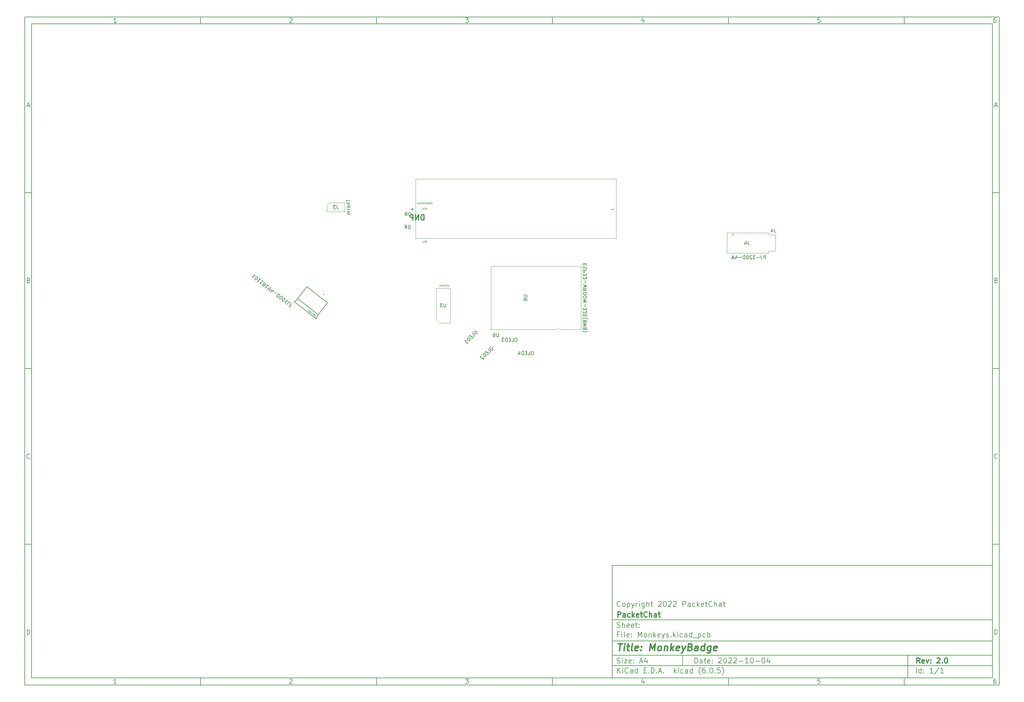
<source format=gbr>
%TF.GenerationSoftware,KiCad,Pcbnew,(6.0.5)*%
%TF.CreationDate,2022-10-04T23:24:20-07:00*%
%TF.ProjectId,Monkeys,4d6f6e6b-6579-4732-9e6b-696361645f70,2.0*%
%TF.SameCoordinates,Original*%
%TF.FileFunction,AssemblyDrawing,Bot*%
%FSLAX46Y46*%
G04 Gerber Fmt 4.6, Leading zero omitted, Abs format (unit mm)*
G04 Created by KiCad (PCBNEW (6.0.5)) date 2022-10-04 23:24:20*
%MOMM*%
%LPD*%
G01*
G04 APERTURE LIST*
%ADD10C,0.100000*%
%ADD11C,0.150000*%
%ADD12C,0.300000*%
%ADD13C,0.400000*%
%ADD14C,0.098425*%
%ADD15C,0.125000*%
%ADD16C,0.127000*%
%ADD17C,0.200000*%
%ADD18C,0.120000*%
G04 APERTURE END LIST*
D10*
D11*
X177002200Y-166007200D02*
X177002200Y-198007200D01*
X285002200Y-198007200D01*
X285002200Y-166007200D01*
X177002200Y-166007200D01*
D10*
D11*
X10000000Y-10000000D02*
X10000000Y-200007200D01*
X287002200Y-200007200D01*
X287002200Y-10000000D01*
X10000000Y-10000000D01*
D10*
D11*
X12000000Y-12000000D02*
X12000000Y-198007200D01*
X285002200Y-198007200D01*
X285002200Y-12000000D01*
X12000000Y-12000000D01*
D10*
D11*
X60000000Y-12000000D02*
X60000000Y-10000000D01*
D10*
D11*
X110000000Y-12000000D02*
X110000000Y-10000000D01*
D10*
D11*
X160000000Y-12000000D02*
X160000000Y-10000000D01*
D10*
D11*
X210000000Y-12000000D02*
X210000000Y-10000000D01*
D10*
D11*
X260000000Y-12000000D02*
X260000000Y-10000000D01*
D10*
D11*
X36065476Y-11588095D02*
X35322619Y-11588095D01*
X35694047Y-11588095D02*
X35694047Y-10288095D01*
X35570238Y-10473809D01*
X35446428Y-10597619D01*
X35322619Y-10659523D01*
D10*
D11*
X85322619Y-10411904D02*
X85384523Y-10350000D01*
X85508333Y-10288095D01*
X85817857Y-10288095D01*
X85941666Y-10350000D01*
X86003571Y-10411904D01*
X86065476Y-10535714D01*
X86065476Y-10659523D01*
X86003571Y-10845238D01*
X85260714Y-11588095D01*
X86065476Y-11588095D01*
D10*
D11*
X135260714Y-10288095D02*
X136065476Y-10288095D01*
X135632142Y-10783333D01*
X135817857Y-10783333D01*
X135941666Y-10845238D01*
X136003571Y-10907142D01*
X136065476Y-11030952D01*
X136065476Y-11340476D01*
X136003571Y-11464285D01*
X135941666Y-11526190D01*
X135817857Y-11588095D01*
X135446428Y-11588095D01*
X135322619Y-11526190D01*
X135260714Y-11464285D01*
D10*
D11*
X185941666Y-10721428D02*
X185941666Y-11588095D01*
X185632142Y-10226190D02*
X185322619Y-11154761D01*
X186127380Y-11154761D01*
D10*
D11*
X236003571Y-10288095D02*
X235384523Y-10288095D01*
X235322619Y-10907142D01*
X235384523Y-10845238D01*
X235508333Y-10783333D01*
X235817857Y-10783333D01*
X235941666Y-10845238D01*
X236003571Y-10907142D01*
X236065476Y-11030952D01*
X236065476Y-11340476D01*
X236003571Y-11464285D01*
X235941666Y-11526190D01*
X235817857Y-11588095D01*
X235508333Y-11588095D01*
X235384523Y-11526190D01*
X235322619Y-11464285D01*
D10*
D11*
X285941666Y-10288095D02*
X285694047Y-10288095D01*
X285570238Y-10350000D01*
X285508333Y-10411904D01*
X285384523Y-10597619D01*
X285322619Y-10845238D01*
X285322619Y-11340476D01*
X285384523Y-11464285D01*
X285446428Y-11526190D01*
X285570238Y-11588095D01*
X285817857Y-11588095D01*
X285941666Y-11526190D01*
X286003571Y-11464285D01*
X286065476Y-11340476D01*
X286065476Y-11030952D01*
X286003571Y-10907142D01*
X285941666Y-10845238D01*
X285817857Y-10783333D01*
X285570238Y-10783333D01*
X285446428Y-10845238D01*
X285384523Y-10907142D01*
X285322619Y-11030952D01*
D10*
D11*
X60000000Y-198007200D02*
X60000000Y-200007200D01*
D10*
D11*
X110000000Y-198007200D02*
X110000000Y-200007200D01*
D10*
D11*
X160000000Y-198007200D02*
X160000000Y-200007200D01*
D10*
D11*
X210000000Y-198007200D02*
X210000000Y-200007200D01*
D10*
D11*
X260000000Y-198007200D02*
X260000000Y-200007200D01*
D10*
D11*
X36065476Y-199595295D02*
X35322619Y-199595295D01*
X35694047Y-199595295D02*
X35694047Y-198295295D01*
X35570238Y-198481009D01*
X35446428Y-198604819D01*
X35322619Y-198666723D01*
D10*
D11*
X85322619Y-198419104D02*
X85384523Y-198357200D01*
X85508333Y-198295295D01*
X85817857Y-198295295D01*
X85941666Y-198357200D01*
X86003571Y-198419104D01*
X86065476Y-198542914D01*
X86065476Y-198666723D01*
X86003571Y-198852438D01*
X85260714Y-199595295D01*
X86065476Y-199595295D01*
D10*
D11*
X135260714Y-198295295D02*
X136065476Y-198295295D01*
X135632142Y-198790533D01*
X135817857Y-198790533D01*
X135941666Y-198852438D01*
X136003571Y-198914342D01*
X136065476Y-199038152D01*
X136065476Y-199347676D01*
X136003571Y-199471485D01*
X135941666Y-199533390D01*
X135817857Y-199595295D01*
X135446428Y-199595295D01*
X135322619Y-199533390D01*
X135260714Y-199471485D01*
D10*
D11*
X185941666Y-198728628D02*
X185941666Y-199595295D01*
X185632142Y-198233390D02*
X185322619Y-199161961D01*
X186127380Y-199161961D01*
D10*
D11*
X236003571Y-198295295D02*
X235384523Y-198295295D01*
X235322619Y-198914342D01*
X235384523Y-198852438D01*
X235508333Y-198790533D01*
X235817857Y-198790533D01*
X235941666Y-198852438D01*
X236003571Y-198914342D01*
X236065476Y-199038152D01*
X236065476Y-199347676D01*
X236003571Y-199471485D01*
X235941666Y-199533390D01*
X235817857Y-199595295D01*
X235508333Y-199595295D01*
X235384523Y-199533390D01*
X235322619Y-199471485D01*
D10*
D11*
X285941666Y-198295295D02*
X285694047Y-198295295D01*
X285570238Y-198357200D01*
X285508333Y-198419104D01*
X285384523Y-198604819D01*
X285322619Y-198852438D01*
X285322619Y-199347676D01*
X285384523Y-199471485D01*
X285446428Y-199533390D01*
X285570238Y-199595295D01*
X285817857Y-199595295D01*
X285941666Y-199533390D01*
X286003571Y-199471485D01*
X286065476Y-199347676D01*
X286065476Y-199038152D01*
X286003571Y-198914342D01*
X285941666Y-198852438D01*
X285817857Y-198790533D01*
X285570238Y-198790533D01*
X285446428Y-198852438D01*
X285384523Y-198914342D01*
X285322619Y-199038152D01*
D10*
D11*
X10000000Y-60000000D02*
X12000000Y-60000000D01*
D10*
D11*
X10000000Y-110000000D02*
X12000000Y-110000000D01*
D10*
D11*
X10000000Y-160000000D02*
X12000000Y-160000000D01*
D10*
D11*
X10690476Y-35216666D02*
X11309523Y-35216666D01*
X10566666Y-35588095D02*
X11000000Y-34288095D01*
X11433333Y-35588095D01*
D10*
D11*
X11092857Y-84907142D02*
X11278571Y-84969047D01*
X11340476Y-85030952D01*
X11402380Y-85154761D01*
X11402380Y-85340476D01*
X11340476Y-85464285D01*
X11278571Y-85526190D01*
X11154761Y-85588095D01*
X10659523Y-85588095D01*
X10659523Y-84288095D01*
X11092857Y-84288095D01*
X11216666Y-84350000D01*
X11278571Y-84411904D01*
X11340476Y-84535714D01*
X11340476Y-84659523D01*
X11278571Y-84783333D01*
X11216666Y-84845238D01*
X11092857Y-84907142D01*
X10659523Y-84907142D01*
D10*
D11*
X11402380Y-135464285D02*
X11340476Y-135526190D01*
X11154761Y-135588095D01*
X11030952Y-135588095D01*
X10845238Y-135526190D01*
X10721428Y-135402380D01*
X10659523Y-135278571D01*
X10597619Y-135030952D01*
X10597619Y-134845238D01*
X10659523Y-134597619D01*
X10721428Y-134473809D01*
X10845238Y-134350000D01*
X11030952Y-134288095D01*
X11154761Y-134288095D01*
X11340476Y-134350000D01*
X11402380Y-134411904D01*
D10*
D11*
X10659523Y-185588095D02*
X10659523Y-184288095D01*
X10969047Y-184288095D01*
X11154761Y-184350000D01*
X11278571Y-184473809D01*
X11340476Y-184597619D01*
X11402380Y-184845238D01*
X11402380Y-185030952D01*
X11340476Y-185278571D01*
X11278571Y-185402380D01*
X11154761Y-185526190D01*
X10969047Y-185588095D01*
X10659523Y-185588095D01*
D10*
D11*
X287002200Y-60000000D02*
X285002200Y-60000000D01*
D10*
D11*
X287002200Y-110000000D02*
X285002200Y-110000000D01*
D10*
D11*
X287002200Y-160000000D02*
X285002200Y-160000000D01*
D10*
D11*
X285692676Y-35216666D02*
X286311723Y-35216666D01*
X285568866Y-35588095D02*
X286002200Y-34288095D01*
X286435533Y-35588095D01*
D10*
D11*
X286095057Y-84907142D02*
X286280771Y-84969047D01*
X286342676Y-85030952D01*
X286404580Y-85154761D01*
X286404580Y-85340476D01*
X286342676Y-85464285D01*
X286280771Y-85526190D01*
X286156961Y-85588095D01*
X285661723Y-85588095D01*
X285661723Y-84288095D01*
X286095057Y-84288095D01*
X286218866Y-84350000D01*
X286280771Y-84411904D01*
X286342676Y-84535714D01*
X286342676Y-84659523D01*
X286280771Y-84783333D01*
X286218866Y-84845238D01*
X286095057Y-84907142D01*
X285661723Y-84907142D01*
D10*
D11*
X286404580Y-135464285D02*
X286342676Y-135526190D01*
X286156961Y-135588095D01*
X286033152Y-135588095D01*
X285847438Y-135526190D01*
X285723628Y-135402380D01*
X285661723Y-135278571D01*
X285599819Y-135030952D01*
X285599819Y-134845238D01*
X285661723Y-134597619D01*
X285723628Y-134473809D01*
X285847438Y-134350000D01*
X286033152Y-134288095D01*
X286156961Y-134288095D01*
X286342676Y-134350000D01*
X286404580Y-134411904D01*
D10*
D11*
X285661723Y-185588095D02*
X285661723Y-184288095D01*
X285971247Y-184288095D01*
X286156961Y-184350000D01*
X286280771Y-184473809D01*
X286342676Y-184597619D01*
X286404580Y-184845238D01*
X286404580Y-185030952D01*
X286342676Y-185278571D01*
X286280771Y-185402380D01*
X286156961Y-185526190D01*
X285971247Y-185588095D01*
X285661723Y-185588095D01*
D10*
D11*
X200434342Y-193785771D02*
X200434342Y-192285771D01*
X200791485Y-192285771D01*
X201005771Y-192357200D01*
X201148628Y-192500057D01*
X201220057Y-192642914D01*
X201291485Y-192928628D01*
X201291485Y-193142914D01*
X201220057Y-193428628D01*
X201148628Y-193571485D01*
X201005771Y-193714342D01*
X200791485Y-193785771D01*
X200434342Y-193785771D01*
X202577200Y-193785771D02*
X202577200Y-193000057D01*
X202505771Y-192857200D01*
X202362914Y-192785771D01*
X202077200Y-192785771D01*
X201934342Y-192857200D01*
X202577200Y-193714342D02*
X202434342Y-193785771D01*
X202077200Y-193785771D01*
X201934342Y-193714342D01*
X201862914Y-193571485D01*
X201862914Y-193428628D01*
X201934342Y-193285771D01*
X202077200Y-193214342D01*
X202434342Y-193214342D01*
X202577200Y-193142914D01*
X203077200Y-192785771D02*
X203648628Y-192785771D01*
X203291485Y-192285771D02*
X203291485Y-193571485D01*
X203362914Y-193714342D01*
X203505771Y-193785771D01*
X203648628Y-193785771D01*
X204720057Y-193714342D02*
X204577200Y-193785771D01*
X204291485Y-193785771D01*
X204148628Y-193714342D01*
X204077200Y-193571485D01*
X204077200Y-193000057D01*
X204148628Y-192857200D01*
X204291485Y-192785771D01*
X204577200Y-192785771D01*
X204720057Y-192857200D01*
X204791485Y-193000057D01*
X204791485Y-193142914D01*
X204077200Y-193285771D01*
X205434342Y-193642914D02*
X205505771Y-193714342D01*
X205434342Y-193785771D01*
X205362914Y-193714342D01*
X205434342Y-193642914D01*
X205434342Y-193785771D01*
X205434342Y-192857200D02*
X205505771Y-192928628D01*
X205434342Y-193000057D01*
X205362914Y-192928628D01*
X205434342Y-192857200D01*
X205434342Y-193000057D01*
X207220057Y-192428628D02*
X207291485Y-192357200D01*
X207434342Y-192285771D01*
X207791485Y-192285771D01*
X207934342Y-192357200D01*
X208005771Y-192428628D01*
X208077200Y-192571485D01*
X208077200Y-192714342D01*
X208005771Y-192928628D01*
X207148628Y-193785771D01*
X208077200Y-193785771D01*
X209005771Y-192285771D02*
X209148628Y-192285771D01*
X209291485Y-192357200D01*
X209362914Y-192428628D01*
X209434342Y-192571485D01*
X209505771Y-192857200D01*
X209505771Y-193214342D01*
X209434342Y-193500057D01*
X209362914Y-193642914D01*
X209291485Y-193714342D01*
X209148628Y-193785771D01*
X209005771Y-193785771D01*
X208862914Y-193714342D01*
X208791485Y-193642914D01*
X208720057Y-193500057D01*
X208648628Y-193214342D01*
X208648628Y-192857200D01*
X208720057Y-192571485D01*
X208791485Y-192428628D01*
X208862914Y-192357200D01*
X209005771Y-192285771D01*
X210077200Y-192428628D02*
X210148628Y-192357200D01*
X210291485Y-192285771D01*
X210648628Y-192285771D01*
X210791485Y-192357200D01*
X210862914Y-192428628D01*
X210934342Y-192571485D01*
X210934342Y-192714342D01*
X210862914Y-192928628D01*
X210005771Y-193785771D01*
X210934342Y-193785771D01*
X211505771Y-192428628D02*
X211577200Y-192357200D01*
X211720057Y-192285771D01*
X212077200Y-192285771D01*
X212220057Y-192357200D01*
X212291485Y-192428628D01*
X212362914Y-192571485D01*
X212362914Y-192714342D01*
X212291485Y-192928628D01*
X211434342Y-193785771D01*
X212362914Y-193785771D01*
X213005771Y-193214342D02*
X214148628Y-193214342D01*
X215648628Y-193785771D02*
X214791485Y-193785771D01*
X215220057Y-193785771D02*
X215220057Y-192285771D01*
X215077200Y-192500057D01*
X214934342Y-192642914D01*
X214791485Y-192714342D01*
X216577200Y-192285771D02*
X216720057Y-192285771D01*
X216862914Y-192357200D01*
X216934342Y-192428628D01*
X217005771Y-192571485D01*
X217077200Y-192857200D01*
X217077200Y-193214342D01*
X217005771Y-193500057D01*
X216934342Y-193642914D01*
X216862914Y-193714342D01*
X216720057Y-193785771D01*
X216577200Y-193785771D01*
X216434342Y-193714342D01*
X216362914Y-193642914D01*
X216291485Y-193500057D01*
X216220057Y-193214342D01*
X216220057Y-192857200D01*
X216291485Y-192571485D01*
X216362914Y-192428628D01*
X216434342Y-192357200D01*
X216577200Y-192285771D01*
X217720057Y-193214342D02*
X218862914Y-193214342D01*
X219862914Y-192285771D02*
X220005771Y-192285771D01*
X220148628Y-192357200D01*
X220220057Y-192428628D01*
X220291485Y-192571485D01*
X220362914Y-192857200D01*
X220362914Y-193214342D01*
X220291485Y-193500057D01*
X220220057Y-193642914D01*
X220148628Y-193714342D01*
X220005771Y-193785771D01*
X219862914Y-193785771D01*
X219720057Y-193714342D01*
X219648628Y-193642914D01*
X219577200Y-193500057D01*
X219505771Y-193214342D01*
X219505771Y-192857200D01*
X219577200Y-192571485D01*
X219648628Y-192428628D01*
X219720057Y-192357200D01*
X219862914Y-192285771D01*
X221648628Y-192785771D02*
X221648628Y-193785771D01*
X221291485Y-192214342D02*
X220934342Y-193285771D01*
X221862914Y-193285771D01*
D10*
D11*
X177002200Y-194507200D02*
X285002200Y-194507200D01*
D10*
D11*
X178434342Y-196585771D02*
X178434342Y-195085771D01*
X179291485Y-196585771D02*
X178648628Y-195728628D01*
X179291485Y-195085771D02*
X178434342Y-195942914D01*
X179934342Y-196585771D02*
X179934342Y-195585771D01*
X179934342Y-195085771D02*
X179862914Y-195157200D01*
X179934342Y-195228628D01*
X180005771Y-195157200D01*
X179934342Y-195085771D01*
X179934342Y-195228628D01*
X181505771Y-196442914D02*
X181434342Y-196514342D01*
X181220057Y-196585771D01*
X181077200Y-196585771D01*
X180862914Y-196514342D01*
X180720057Y-196371485D01*
X180648628Y-196228628D01*
X180577200Y-195942914D01*
X180577200Y-195728628D01*
X180648628Y-195442914D01*
X180720057Y-195300057D01*
X180862914Y-195157200D01*
X181077200Y-195085771D01*
X181220057Y-195085771D01*
X181434342Y-195157200D01*
X181505771Y-195228628D01*
X182791485Y-196585771D02*
X182791485Y-195800057D01*
X182720057Y-195657200D01*
X182577200Y-195585771D01*
X182291485Y-195585771D01*
X182148628Y-195657200D01*
X182791485Y-196514342D02*
X182648628Y-196585771D01*
X182291485Y-196585771D01*
X182148628Y-196514342D01*
X182077200Y-196371485D01*
X182077200Y-196228628D01*
X182148628Y-196085771D01*
X182291485Y-196014342D01*
X182648628Y-196014342D01*
X182791485Y-195942914D01*
X184148628Y-196585771D02*
X184148628Y-195085771D01*
X184148628Y-196514342D02*
X184005771Y-196585771D01*
X183720057Y-196585771D01*
X183577200Y-196514342D01*
X183505771Y-196442914D01*
X183434342Y-196300057D01*
X183434342Y-195871485D01*
X183505771Y-195728628D01*
X183577200Y-195657200D01*
X183720057Y-195585771D01*
X184005771Y-195585771D01*
X184148628Y-195657200D01*
X186005771Y-195800057D02*
X186505771Y-195800057D01*
X186720057Y-196585771D02*
X186005771Y-196585771D01*
X186005771Y-195085771D01*
X186720057Y-195085771D01*
X187362914Y-196442914D02*
X187434342Y-196514342D01*
X187362914Y-196585771D01*
X187291485Y-196514342D01*
X187362914Y-196442914D01*
X187362914Y-196585771D01*
X188077200Y-196585771D02*
X188077200Y-195085771D01*
X188434342Y-195085771D01*
X188648628Y-195157200D01*
X188791485Y-195300057D01*
X188862914Y-195442914D01*
X188934342Y-195728628D01*
X188934342Y-195942914D01*
X188862914Y-196228628D01*
X188791485Y-196371485D01*
X188648628Y-196514342D01*
X188434342Y-196585771D01*
X188077200Y-196585771D01*
X189577200Y-196442914D02*
X189648628Y-196514342D01*
X189577200Y-196585771D01*
X189505771Y-196514342D01*
X189577200Y-196442914D01*
X189577200Y-196585771D01*
X190220057Y-196157200D02*
X190934342Y-196157200D01*
X190077200Y-196585771D02*
X190577200Y-195085771D01*
X191077200Y-196585771D01*
X191577200Y-196442914D02*
X191648628Y-196514342D01*
X191577200Y-196585771D01*
X191505771Y-196514342D01*
X191577200Y-196442914D01*
X191577200Y-196585771D01*
X194577200Y-196585771D02*
X194577200Y-195085771D01*
X194720057Y-196014342D02*
X195148628Y-196585771D01*
X195148628Y-195585771D02*
X194577200Y-196157200D01*
X195791485Y-196585771D02*
X195791485Y-195585771D01*
X195791485Y-195085771D02*
X195720057Y-195157200D01*
X195791485Y-195228628D01*
X195862914Y-195157200D01*
X195791485Y-195085771D01*
X195791485Y-195228628D01*
X197148628Y-196514342D02*
X197005771Y-196585771D01*
X196720057Y-196585771D01*
X196577200Y-196514342D01*
X196505771Y-196442914D01*
X196434342Y-196300057D01*
X196434342Y-195871485D01*
X196505771Y-195728628D01*
X196577200Y-195657200D01*
X196720057Y-195585771D01*
X197005771Y-195585771D01*
X197148628Y-195657200D01*
X198434342Y-196585771D02*
X198434342Y-195800057D01*
X198362914Y-195657200D01*
X198220057Y-195585771D01*
X197934342Y-195585771D01*
X197791485Y-195657200D01*
X198434342Y-196514342D02*
X198291485Y-196585771D01*
X197934342Y-196585771D01*
X197791485Y-196514342D01*
X197720057Y-196371485D01*
X197720057Y-196228628D01*
X197791485Y-196085771D01*
X197934342Y-196014342D01*
X198291485Y-196014342D01*
X198434342Y-195942914D01*
X199791485Y-196585771D02*
X199791485Y-195085771D01*
X199791485Y-196514342D02*
X199648628Y-196585771D01*
X199362914Y-196585771D01*
X199220057Y-196514342D01*
X199148628Y-196442914D01*
X199077200Y-196300057D01*
X199077200Y-195871485D01*
X199148628Y-195728628D01*
X199220057Y-195657200D01*
X199362914Y-195585771D01*
X199648628Y-195585771D01*
X199791485Y-195657200D01*
X202077200Y-197157200D02*
X202005771Y-197085771D01*
X201862914Y-196871485D01*
X201791485Y-196728628D01*
X201720057Y-196514342D01*
X201648628Y-196157200D01*
X201648628Y-195871485D01*
X201720057Y-195514342D01*
X201791485Y-195300057D01*
X201862914Y-195157200D01*
X202005771Y-194942914D01*
X202077200Y-194871485D01*
X203291485Y-195085771D02*
X203005771Y-195085771D01*
X202862914Y-195157200D01*
X202791485Y-195228628D01*
X202648628Y-195442914D01*
X202577200Y-195728628D01*
X202577200Y-196300057D01*
X202648628Y-196442914D01*
X202720057Y-196514342D01*
X202862914Y-196585771D01*
X203148628Y-196585771D01*
X203291485Y-196514342D01*
X203362914Y-196442914D01*
X203434342Y-196300057D01*
X203434342Y-195942914D01*
X203362914Y-195800057D01*
X203291485Y-195728628D01*
X203148628Y-195657200D01*
X202862914Y-195657200D01*
X202720057Y-195728628D01*
X202648628Y-195800057D01*
X202577200Y-195942914D01*
X204077200Y-196442914D02*
X204148628Y-196514342D01*
X204077200Y-196585771D01*
X204005771Y-196514342D01*
X204077200Y-196442914D01*
X204077200Y-196585771D01*
X205077200Y-195085771D02*
X205220057Y-195085771D01*
X205362914Y-195157200D01*
X205434342Y-195228628D01*
X205505771Y-195371485D01*
X205577200Y-195657200D01*
X205577200Y-196014342D01*
X205505771Y-196300057D01*
X205434342Y-196442914D01*
X205362914Y-196514342D01*
X205220057Y-196585771D01*
X205077200Y-196585771D01*
X204934342Y-196514342D01*
X204862914Y-196442914D01*
X204791485Y-196300057D01*
X204720057Y-196014342D01*
X204720057Y-195657200D01*
X204791485Y-195371485D01*
X204862914Y-195228628D01*
X204934342Y-195157200D01*
X205077200Y-195085771D01*
X206220057Y-196442914D02*
X206291485Y-196514342D01*
X206220057Y-196585771D01*
X206148628Y-196514342D01*
X206220057Y-196442914D01*
X206220057Y-196585771D01*
X207648628Y-195085771D02*
X206934342Y-195085771D01*
X206862914Y-195800057D01*
X206934342Y-195728628D01*
X207077200Y-195657200D01*
X207434342Y-195657200D01*
X207577200Y-195728628D01*
X207648628Y-195800057D01*
X207720057Y-195942914D01*
X207720057Y-196300057D01*
X207648628Y-196442914D01*
X207577200Y-196514342D01*
X207434342Y-196585771D01*
X207077200Y-196585771D01*
X206934342Y-196514342D01*
X206862914Y-196442914D01*
X208220057Y-197157200D02*
X208291485Y-197085771D01*
X208434342Y-196871485D01*
X208505771Y-196728628D01*
X208577200Y-196514342D01*
X208648628Y-196157200D01*
X208648628Y-195871485D01*
X208577200Y-195514342D01*
X208505771Y-195300057D01*
X208434342Y-195157200D01*
X208291485Y-194942914D01*
X208220057Y-194871485D01*
D10*
D11*
X177002200Y-191507200D02*
X285002200Y-191507200D01*
D10*
D12*
X264411485Y-193785771D02*
X263911485Y-193071485D01*
X263554342Y-193785771D02*
X263554342Y-192285771D01*
X264125771Y-192285771D01*
X264268628Y-192357200D01*
X264340057Y-192428628D01*
X264411485Y-192571485D01*
X264411485Y-192785771D01*
X264340057Y-192928628D01*
X264268628Y-193000057D01*
X264125771Y-193071485D01*
X263554342Y-193071485D01*
X265625771Y-193714342D02*
X265482914Y-193785771D01*
X265197200Y-193785771D01*
X265054342Y-193714342D01*
X264982914Y-193571485D01*
X264982914Y-193000057D01*
X265054342Y-192857200D01*
X265197200Y-192785771D01*
X265482914Y-192785771D01*
X265625771Y-192857200D01*
X265697200Y-193000057D01*
X265697200Y-193142914D01*
X264982914Y-193285771D01*
X266197200Y-192785771D02*
X266554342Y-193785771D01*
X266911485Y-192785771D01*
X267482914Y-193642914D02*
X267554342Y-193714342D01*
X267482914Y-193785771D01*
X267411485Y-193714342D01*
X267482914Y-193642914D01*
X267482914Y-193785771D01*
X267482914Y-192857200D02*
X267554342Y-192928628D01*
X267482914Y-193000057D01*
X267411485Y-192928628D01*
X267482914Y-192857200D01*
X267482914Y-193000057D01*
X269268628Y-192428628D02*
X269340057Y-192357200D01*
X269482914Y-192285771D01*
X269840057Y-192285771D01*
X269982914Y-192357200D01*
X270054342Y-192428628D01*
X270125771Y-192571485D01*
X270125771Y-192714342D01*
X270054342Y-192928628D01*
X269197200Y-193785771D01*
X270125771Y-193785771D01*
X270768628Y-193642914D02*
X270840057Y-193714342D01*
X270768628Y-193785771D01*
X270697200Y-193714342D01*
X270768628Y-193642914D01*
X270768628Y-193785771D01*
X271768628Y-192285771D02*
X271911485Y-192285771D01*
X272054342Y-192357200D01*
X272125771Y-192428628D01*
X272197200Y-192571485D01*
X272268628Y-192857200D01*
X272268628Y-193214342D01*
X272197200Y-193500057D01*
X272125771Y-193642914D01*
X272054342Y-193714342D01*
X271911485Y-193785771D01*
X271768628Y-193785771D01*
X271625771Y-193714342D01*
X271554342Y-193642914D01*
X271482914Y-193500057D01*
X271411485Y-193214342D01*
X271411485Y-192857200D01*
X271482914Y-192571485D01*
X271554342Y-192428628D01*
X271625771Y-192357200D01*
X271768628Y-192285771D01*
D10*
D11*
X178362914Y-193714342D02*
X178577200Y-193785771D01*
X178934342Y-193785771D01*
X179077200Y-193714342D01*
X179148628Y-193642914D01*
X179220057Y-193500057D01*
X179220057Y-193357200D01*
X179148628Y-193214342D01*
X179077200Y-193142914D01*
X178934342Y-193071485D01*
X178648628Y-193000057D01*
X178505771Y-192928628D01*
X178434342Y-192857200D01*
X178362914Y-192714342D01*
X178362914Y-192571485D01*
X178434342Y-192428628D01*
X178505771Y-192357200D01*
X178648628Y-192285771D01*
X179005771Y-192285771D01*
X179220057Y-192357200D01*
X179862914Y-193785771D02*
X179862914Y-192785771D01*
X179862914Y-192285771D02*
X179791485Y-192357200D01*
X179862914Y-192428628D01*
X179934342Y-192357200D01*
X179862914Y-192285771D01*
X179862914Y-192428628D01*
X180434342Y-192785771D02*
X181220057Y-192785771D01*
X180434342Y-193785771D01*
X181220057Y-193785771D01*
X182362914Y-193714342D02*
X182220057Y-193785771D01*
X181934342Y-193785771D01*
X181791485Y-193714342D01*
X181720057Y-193571485D01*
X181720057Y-193000057D01*
X181791485Y-192857200D01*
X181934342Y-192785771D01*
X182220057Y-192785771D01*
X182362914Y-192857200D01*
X182434342Y-193000057D01*
X182434342Y-193142914D01*
X181720057Y-193285771D01*
X183077200Y-193642914D02*
X183148628Y-193714342D01*
X183077200Y-193785771D01*
X183005771Y-193714342D01*
X183077200Y-193642914D01*
X183077200Y-193785771D01*
X183077200Y-192857200D02*
X183148628Y-192928628D01*
X183077200Y-193000057D01*
X183005771Y-192928628D01*
X183077200Y-192857200D01*
X183077200Y-193000057D01*
X184862914Y-193357200D02*
X185577200Y-193357200D01*
X184720057Y-193785771D02*
X185220057Y-192285771D01*
X185720057Y-193785771D01*
X186862914Y-192785771D02*
X186862914Y-193785771D01*
X186505771Y-192214342D02*
X186148628Y-193285771D01*
X187077200Y-193285771D01*
D10*
D11*
X263434342Y-196585771D02*
X263434342Y-195085771D01*
X264791485Y-196585771D02*
X264791485Y-195085771D01*
X264791485Y-196514342D02*
X264648628Y-196585771D01*
X264362914Y-196585771D01*
X264220057Y-196514342D01*
X264148628Y-196442914D01*
X264077200Y-196300057D01*
X264077200Y-195871485D01*
X264148628Y-195728628D01*
X264220057Y-195657200D01*
X264362914Y-195585771D01*
X264648628Y-195585771D01*
X264791485Y-195657200D01*
X265505771Y-196442914D02*
X265577200Y-196514342D01*
X265505771Y-196585771D01*
X265434342Y-196514342D01*
X265505771Y-196442914D01*
X265505771Y-196585771D01*
X265505771Y-195657200D02*
X265577200Y-195728628D01*
X265505771Y-195800057D01*
X265434342Y-195728628D01*
X265505771Y-195657200D01*
X265505771Y-195800057D01*
X268148628Y-196585771D02*
X267291485Y-196585771D01*
X267720057Y-196585771D02*
X267720057Y-195085771D01*
X267577200Y-195300057D01*
X267434342Y-195442914D01*
X267291485Y-195514342D01*
X269862914Y-195014342D02*
X268577200Y-196942914D01*
X271148628Y-196585771D02*
X270291485Y-196585771D01*
X270720057Y-196585771D02*
X270720057Y-195085771D01*
X270577200Y-195300057D01*
X270434342Y-195442914D01*
X270291485Y-195514342D01*
D10*
D11*
X177002200Y-187507200D02*
X285002200Y-187507200D01*
D10*
D13*
X178714580Y-188211961D02*
X179857438Y-188211961D01*
X179036009Y-190211961D02*
X179286009Y-188211961D01*
X180274104Y-190211961D02*
X180440771Y-188878628D01*
X180524104Y-188211961D02*
X180416961Y-188307200D01*
X180500295Y-188402438D01*
X180607438Y-188307200D01*
X180524104Y-188211961D01*
X180500295Y-188402438D01*
X181107438Y-188878628D02*
X181869342Y-188878628D01*
X181476485Y-188211961D02*
X181262200Y-189926247D01*
X181333628Y-190116723D01*
X181512200Y-190211961D01*
X181702676Y-190211961D01*
X182655057Y-190211961D02*
X182476485Y-190116723D01*
X182405057Y-189926247D01*
X182619342Y-188211961D01*
X184190771Y-190116723D02*
X183988390Y-190211961D01*
X183607438Y-190211961D01*
X183428866Y-190116723D01*
X183357438Y-189926247D01*
X183452676Y-189164342D01*
X183571723Y-188973866D01*
X183774104Y-188878628D01*
X184155057Y-188878628D01*
X184333628Y-188973866D01*
X184405057Y-189164342D01*
X184381247Y-189354819D01*
X183405057Y-189545295D01*
X185155057Y-190021485D02*
X185238390Y-190116723D01*
X185131247Y-190211961D01*
X185047914Y-190116723D01*
X185155057Y-190021485D01*
X185131247Y-190211961D01*
X185286009Y-188973866D02*
X185369342Y-189069104D01*
X185262200Y-189164342D01*
X185178866Y-189069104D01*
X185286009Y-188973866D01*
X185262200Y-189164342D01*
X187607438Y-190211961D02*
X187857438Y-188211961D01*
X188345533Y-189640533D01*
X189190771Y-188211961D01*
X188940771Y-190211961D01*
X190178866Y-190211961D02*
X190000295Y-190116723D01*
X189916961Y-190021485D01*
X189845533Y-189831009D01*
X189916961Y-189259580D01*
X190036009Y-189069104D01*
X190143152Y-188973866D01*
X190345533Y-188878628D01*
X190631247Y-188878628D01*
X190809819Y-188973866D01*
X190893152Y-189069104D01*
X190964580Y-189259580D01*
X190893152Y-189831009D01*
X190774104Y-190021485D01*
X190666961Y-190116723D01*
X190464580Y-190211961D01*
X190178866Y-190211961D01*
X191869342Y-188878628D02*
X191702676Y-190211961D01*
X191845533Y-189069104D02*
X191952676Y-188973866D01*
X192155057Y-188878628D01*
X192440771Y-188878628D01*
X192619342Y-188973866D01*
X192690771Y-189164342D01*
X192559819Y-190211961D01*
X193512200Y-190211961D02*
X193762200Y-188211961D01*
X193797914Y-189450057D02*
X194274104Y-190211961D01*
X194440771Y-188878628D02*
X193583628Y-189640533D01*
X195905057Y-190116723D02*
X195702676Y-190211961D01*
X195321723Y-190211961D01*
X195143152Y-190116723D01*
X195071723Y-189926247D01*
X195166961Y-189164342D01*
X195286009Y-188973866D01*
X195488390Y-188878628D01*
X195869342Y-188878628D01*
X196047914Y-188973866D01*
X196119342Y-189164342D01*
X196095533Y-189354819D01*
X195119342Y-189545295D01*
X196821723Y-188878628D02*
X197131247Y-190211961D01*
X197774104Y-188878628D02*
X197131247Y-190211961D01*
X196881247Y-190688152D01*
X196774104Y-190783390D01*
X196571723Y-190878628D01*
X199166961Y-189164342D02*
X199440771Y-189259580D01*
X199524104Y-189354819D01*
X199595533Y-189545295D01*
X199559819Y-189831009D01*
X199440771Y-190021485D01*
X199333628Y-190116723D01*
X199131247Y-190211961D01*
X198369342Y-190211961D01*
X198619342Y-188211961D01*
X199286009Y-188211961D01*
X199464580Y-188307200D01*
X199547914Y-188402438D01*
X199619342Y-188592914D01*
X199595533Y-188783390D01*
X199476485Y-188973866D01*
X199369342Y-189069104D01*
X199166961Y-189164342D01*
X198500295Y-189164342D01*
X201226485Y-190211961D02*
X201357438Y-189164342D01*
X201286009Y-188973866D01*
X201107438Y-188878628D01*
X200726485Y-188878628D01*
X200524104Y-188973866D01*
X201238390Y-190116723D02*
X201036009Y-190211961D01*
X200559819Y-190211961D01*
X200381247Y-190116723D01*
X200309819Y-189926247D01*
X200333628Y-189735771D01*
X200452676Y-189545295D01*
X200655057Y-189450057D01*
X201131247Y-189450057D01*
X201333628Y-189354819D01*
X203036009Y-190211961D02*
X203286009Y-188211961D01*
X203047914Y-190116723D02*
X202845533Y-190211961D01*
X202464580Y-190211961D01*
X202286009Y-190116723D01*
X202202676Y-190021485D01*
X202131247Y-189831009D01*
X202202676Y-189259580D01*
X202321723Y-189069104D01*
X202428866Y-188973866D01*
X202631247Y-188878628D01*
X203012200Y-188878628D01*
X203190771Y-188973866D01*
X205012200Y-188878628D02*
X204809819Y-190497676D01*
X204690771Y-190688152D01*
X204583628Y-190783390D01*
X204381247Y-190878628D01*
X204095533Y-190878628D01*
X203916961Y-190783390D01*
X204857438Y-190116723D02*
X204655057Y-190211961D01*
X204274104Y-190211961D01*
X204095533Y-190116723D01*
X204012200Y-190021485D01*
X203940771Y-189831009D01*
X204012200Y-189259580D01*
X204131247Y-189069104D01*
X204238390Y-188973866D01*
X204440771Y-188878628D01*
X204821723Y-188878628D01*
X205000295Y-188973866D01*
X206571723Y-190116723D02*
X206369342Y-190211961D01*
X205988390Y-190211961D01*
X205809819Y-190116723D01*
X205738390Y-189926247D01*
X205833628Y-189164342D01*
X205952676Y-188973866D01*
X206155057Y-188878628D01*
X206536009Y-188878628D01*
X206714580Y-188973866D01*
X206786009Y-189164342D01*
X206762200Y-189354819D01*
X205786009Y-189545295D01*
D10*
D11*
X178934342Y-185600057D02*
X178434342Y-185600057D01*
X178434342Y-186385771D02*
X178434342Y-184885771D01*
X179148628Y-184885771D01*
X179720057Y-186385771D02*
X179720057Y-185385771D01*
X179720057Y-184885771D02*
X179648628Y-184957200D01*
X179720057Y-185028628D01*
X179791485Y-184957200D01*
X179720057Y-184885771D01*
X179720057Y-185028628D01*
X180648628Y-186385771D02*
X180505771Y-186314342D01*
X180434342Y-186171485D01*
X180434342Y-184885771D01*
X181791485Y-186314342D02*
X181648628Y-186385771D01*
X181362914Y-186385771D01*
X181220057Y-186314342D01*
X181148628Y-186171485D01*
X181148628Y-185600057D01*
X181220057Y-185457200D01*
X181362914Y-185385771D01*
X181648628Y-185385771D01*
X181791485Y-185457200D01*
X181862914Y-185600057D01*
X181862914Y-185742914D01*
X181148628Y-185885771D01*
X182505771Y-186242914D02*
X182577200Y-186314342D01*
X182505771Y-186385771D01*
X182434342Y-186314342D01*
X182505771Y-186242914D01*
X182505771Y-186385771D01*
X182505771Y-185457200D02*
X182577200Y-185528628D01*
X182505771Y-185600057D01*
X182434342Y-185528628D01*
X182505771Y-185457200D01*
X182505771Y-185600057D01*
X184362914Y-186385771D02*
X184362914Y-184885771D01*
X184862914Y-185957200D01*
X185362914Y-184885771D01*
X185362914Y-186385771D01*
X186291485Y-186385771D02*
X186148628Y-186314342D01*
X186077200Y-186242914D01*
X186005771Y-186100057D01*
X186005771Y-185671485D01*
X186077200Y-185528628D01*
X186148628Y-185457200D01*
X186291485Y-185385771D01*
X186505771Y-185385771D01*
X186648628Y-185457200D01*
X186720057Y-185528628D01*
X186791485Y-185671485D01*
X186791485Y-186100057D01*
X186720057Y-186242914D01*
X186648628Y-186314342D01*
X186505771Y-186385771D01*
X186291485Y-186385771D01*
X187434342Y-185385771D02*
X187434342Y-186385771D01*
X187434342Y-185528628D02*
X187505771Y-185457200D01*
X187648628Y-185385771D01*
X187862914Y-185385771D01*
X188005771Y-185457200D01*
X188077200Y-185600057D01*
X188077200Y-186385771D01*
X188791485Y-186385771D02*
X188791485Y-184885771D01*
X188934342Y-185814342D02*
X189362914Y-186385771D01*
X189362914Y-185385771D02*
X188791485Y-185957200D01*
X190577200Y-186314342D02*
X190434342Y-186385771D01*
X190148628Y-186385771D01*
X190005771Y-186314342D01*
X189934342Y-186171485D01*
X189934342Y-185600057D01*
X190005771Y-185457200D01*
X190148628Y-185385771D01*
X190434342Y-185385771D01*
X190577200Y-185457200D01*
X190648628Y-185600057D01*
X190648628Y-185742914D01*
X189934342Y-185885771D01*
X191148628Y-185385771D02*
X191505771Y-186385771D01*
X191862914Y-185385771D02*
X191505771Y-186385771D01*
X191362914Y-186742914D01*
X191291485Y-186814342D01*
X191148628Y-186885771D01*
X192362914Y-186314342D02*
X192505771Y-186385771D01*
X192791485Y-186385771D01*
X192934342Y-186314342D01*
X193005771Y-186171485D01*
X193005771Y-186100057D01*
X192934342Y-185957200D01*
X192791485Y-185885771D01*
X192577200Y-185885771D01*
X192434342Y-185814342D01*
X192362914Y-185671485D01*
X192362914Y-185600057D01*
X192434342Y-185457200D01*
X192577200Y-185385771D01*
X192791485Y-185385771D01*
X192934342Y-185457200D01*
X193648628Y-186242914D02*
X193720057Y-186314342D01*
X193648628Y-186385771D01*
X193577200Y-186314342D01*
X193648628Y-186242914D01*
X193648628Y-186385771D01*
X194362914Y-186385771D02*
X194362914Y-184885771D01*
X194505771Y-185814342D02*
X194934342Y-186385771D01*
X194934342Y-185385771D02*
X194362914Y-185957200D01*
X195577200Y-186385771D02*
X195577200Y-185385771D01*
X195577200Y-184885771D02*
X195505771Y-184957200D01*
X195577200Y-185028628D01*
X195648628Y-184957200D01*
X195577200Y-184885771D01*
X195577200Y-185028628D01*
X196934342Y-186314342D02*
X196791485Y-186385771D01*
X196505771Y-186385771D01*
X196362914Y-186314342D01*
X196291485Y-186242914D01*
X196220057Y-186100057D01*
X196220057Y-185671485D01*
X196291485Y-185528628D01*
X196362914Y-185457200D01*
X196505771Y-185385771D01*
X196791485Y-185385771D01*
X196934342Y-185457200D01*
X198220057Y-186385771D02*
X198220057Y-185600057D01*
X198148628Y-185457200D01*
X198005771Y-185385771D01*
X197720057Y-185385771D01*
X197577200Y-185457200D01*
X198220057Y-186314342D02*
X198077200Y-186385771D01*
X197720057Y-186385771D01*
X197577200Y-186314342D01*
X197505771Y-186171485D01*
X197505771Y-186028628D01*
X197577200Y-185885771D01*
X197720057Y-185814342D01*
X198077200Y-185814342D01*
X198220057Y-185742914D01*
X199577200Y-186385771D02*
X199577200Y-184885771D01*
X199577200Y-186314342D02*
X199434342Y-186385771D01*
X199148628Y-186385771D01*
X199005771Y-186314342D01*
X198934342Y-186242914D01*
X198862914Y-186100057D01*
X198862914Y-185671485D01*
X198934342Y-185528628D01*
X199005771Y-185457200D01*
X199148628Y-185385771D01*
X199434342Y-185385771D01*
X199577200Y-185457200D01*
X199934342Y-186528628D02*
X201077200Y-186528628D01*
X201434342Y-185385771D02*
X201434342Y-186885771D01*
X201434342Y-185457200D02*
X201577200Y-185385771D01*
X201862914Y-185385771D01*
X202005771Y-185457200D01*
X202077200Y-185528628D01*
X202148628Y-185671485D01*
X202148628Y-186100057D01*
X202077200Y-186242914D01*
X202005771Y-186314342D01*
X201862914Y-186385771D01*
X201577200Y-186385771D01*
X201434342Y-186314342D01*
X203434342Y-186314342D02*
X203291485Y-186385771D01*
X203005771Y-186385771D01*
X202862914Y-186314342D01*
X202791485Y-186242914D01*
X202720057Y-186100057D01*
X202720057Y-185671485D01*
X202791485Y-185528628D01*
X202862914Y-185457200D01*
X203005771Y-185385771D01*
X203291485Y-185385771D01*
X203434342Y-185457200D01*
X204077200Y-186385771D02*
X204077200Y-184885771D01*
X204077200Y-185457200D02*
X204220057Y-185385771D01*
X204505771Y-185385771D01*
X204648628Y-185457200D01*
X204720057Y-185528628D01*
X204791485Y-185671485D01*
X204791485Y-186100057D01*
X204720057Y-186242914D01*
X204648628Y-186314342D01*
X204505771Y-186385771D01*
X204220057Y-186385771D01*
X204077200Y-186314342D01*
D10*
D11*
X177002200Y-181507200D02*
X285002200Y-181507200D01*
D10*
D11*
X178362914Y-183614342D02*
X178577200Y-183685771D01*
X178934342Y-183685771D01*
X179077200Y-183614342D01*
X179148628Y-183542914D01*
X179220057Y-183400057D01*
X179220057Y-183257200D01*
X179148628Y-183114342D01*
X179077200Y-183042914D01*
X178934342Y-182971485D01*
X178648628Y-182900057D01*
X178505771Y-182828628D01*
X178434342Y-182757200D01*
X178362914Y-182614342D01*
X178362914Y-182471485D01*
X178434342Y-182328628D01*
X178505771Y-182257200D01*
X178648628Y-182185771D01*
X179005771Y-182185771D01*
X179220057Y-182257200D01*
X179862914Y-183685771D02*
X179862914Y-182185771D01*
X180505771Y-183685771D02*
X180505771Y-182900057D01*
X180434342Y-182757200D01*
X180291485Y-182685771D01*
X180077200Y-182685771D01*
X179934342Y-182757200D01*
X179862914Y-182828628D01*
X181791485Y-183614342D02*
X181648628Y-183685771D01*
X181362914Y-183685771D01*
X181220057Y-183614342D01*
X181148628Y-183471485D01*
X181148628Y-182900057D01*
X181220057Y-182757200D01*
X181362914Y-182685771D01*
X181648628Y-182685771D01*
X181791485Y-182757200D01*
X181862914Y-182900057D01*
X181862914Y-183042914D01*
X181148628Y-183185771D01*
X183077200Y-183614342D02*
X182934342Y-183685771D01*
X182648628Y-183685771D01*
X182505771Y-183614342D01*
X182434342Y-183471485D01*
X182434342Y-182900057D01*
X182505771Y-182757200D01*
X182648628Y-182685771D01*
X182934342Y-182685771D01*
X183077200Y-182757200D01*
X183148628Y-182900057D01*
X183148628Y-183042914D01*
X182434342Y-183185771D01*
X183577200Y-182685771D02*
X184148628Y-182685771D01*
X183791485Y-182185771D02*
X183791485Y-183471485D01*
X183862914Y-183614342D01*
X184005771Y-183685771D01*
X184148628Y-183685771D01*
X184648628Y-183542914D02*
X184720057Y-183614342D01*
X184648628Y-183685771D01*
X184577200Y-183614342D01*
X184648628Y-183542914D01*
X184648628Y-183685771D01*
X184648628Y-182757200D02*
X184720057Y-182828628D01*
X184648628Y-182900057D01*
X184577200Y-182828628D01*
X184648628Y-182757200D01*
X184648628Y-182900057D01*
D10*
D12*
X178554342Y-180685771D02*
X178554342Y-179185771D01*
X179125771Y-179185771D01*
X179268628Y-179257200D01*
X179340057Y-179328628D01*
X179411485Y-179471485D01*
X179411485Y-179685771D01*
X179340057Y-179828628D01*
X179268628Y-179900057D01*
X179125771Y-179971485D01*
X178554342Y-179971485D01*
X180697200Y-180685771D02*
X180697200Y-179900057D01*
X180625771Y-179757200D01*
X180482914Y-179685771D01*
X180197200Y-179685771D01*
X180054342Y-179757200D01*
X180697200Y-180614342D02*
X180554342Y-180685771D01*
X180197200Y-180685771D01*
X180054342Y-180614342D01*
X179982914Y-180471485D01*
X179982914Y-180328628D01*
X180054342Y-180185771D01*
X180197200Y-180114342D01*
X180554342Y-180114342D01*
X180697200Y-180042914D01*
X182054342Y-180614342D02*
X181911485Y-180685771D01*
X181625771Y-180685771D01*
X181482914Y-180614342D01*
X181411485Y-180542914D01*
X181340057Y-180400057D01*
X181340057Y-179971485D01*
X181411485Y-179828628D01*
X181482914Y-179757200D01*
X181625771Y-179685771D01*
X181911485Y-179685771D01*
X182054342Y-179757200D01*
X182697200Y-180685771D02*
X182697200Y-179185771D01*
X182840057Y-180114342D02*
X183268628Y-180685771D01*
X183268628Y-179685771D02*
X182697200Y-180257200D01*
X184482914Y-180614342D02*
X184340057Y-180685771D01*
X184054342Y-180685771D01*
X183911485Y-180614342D01*
X183840057Y-180471485D01*
X183840057Y-179900057D01*
X183911485Y-179757200D01*
X184054342Y-179685771D01*
X184340057Y-179685771D01*
X184482914Y-179757200D01*
X184554342Y-179900057D01*
X184554342Y-180042914D01*
X183840057Y-180185771D01*
X184982914Y-179685771D02*
X185554342Y-179685771D01*
X185197200Y-179185771D02*
X185197200Y-180471485D01*
X185268628Y-180614342D01*
X185411485Y-180685771D01*
X185554342Y-180685771D01*
X186911485Y-180542914D02*
X186840057Y-180614342D01*
X186625771Y-180685771D01*
X186482914Y-180685771D01*
X186268628Y-180614342D01*
X186125771Y-180471485D01*
X186054342Y-180328628D01*
X185982914Y-180042914D01*
X185982914Y-179828628D01*
X186054342Y-179542914D01*
X186125771Y-179400057D01*
X186268628Y-179257200D01*
X186482914Y-179185771D01*
X186625771Y-179185771D01*
X186840057Y-179257200D01*
X186911485Y-179328628D01*
X187554342Y-180685771D02*
X187554342Y-179185771D01*
X188197200Y-180685771D02*
X188197200Y-179900057D01*
X188125771Y-179757200D01*
X187982914Y-179685771D01*
X187768628Y-179685771D01*
X187625771Y-179757200D01*
X187554342Y-179828628D01*
X189554342Y-180685771D02*
X189554342Y-179900057D01*
X189482914Y-179757200D01*
X189340057Y-179685771D01*
X189054342Y-179685771D01*
X188911485Y-179757200D01*
X189554342Y-180614342D02*
X189411485Y-180685771D01*
X189054342Y-180685771D01*
X188911485Y-180614342D01*
X188840057Y-180471485D01*
X188840057Y-180328628D01*
X188911485Y-180185771D01*
X189054342Y-180114342D01*
X189411485Y-180114342D01*
X189554342Y-180042914D01*
X190054342Y-179685771D02*
X190625771Y-179685771D01*
X190268628Y-179185771D02*
X190268628Y-180471485D01*
X190340057Y-180614342D01*
X190482914Y-180685771D01*
X190625771Y-180685771D01*
D10*
D11*
X179291485Y-177542914D02*
X179220057Y-177614342D01*
X179005771Y-177685771D01*
X178862914Y-177685771D01*
X178648628Y-177614342D01*
X178505771Y-177471485D01*
X178434342Y-177328628D01*
X178362914Y-177042914D01*
X178362914Y-176828628D01*
X178434342Y-176542914D01*
X178505771Y-176400057D01*
X178648628Y-176257200D01*
X178862914Y-176185771D01*
X179005771Y-176185771D01*
X179220057Y-176257200D01*
X179291485Y-176328628D01*
X180148628Y-177685771D02*
X180005771Y-177614342D01*
X179934342Y-177542914D01*
X179862914Y-177400057D01*
X179862914Y-176971485D01*
X179934342Y-176828628D01*
X180005771Y-176757200D01*
X180148628Y-176685771D01*
X180362914Y-176685771D01*
X180505771Y-176757200D01*
X180577200Y-176828628D01*
X180648628Y-176971485D01*
X180648628Y-177400057D01*
X180577200Y-177542914D01*
X180505771Y-177614342D01*
X180362914Y-177685771D01*
X180148628Y-177685771D01*
X181291485Y-176685771D02*
X181291485Y-178185771D01*
X181291485Y-176757200D02*
X181434342Y-176685771D01*
X181720057Y-176685771D01*
X181862914Y-176757200D01*
X181934342Y-176828628D01*
X182005771Y-176971485D01*
X182005771Y-177400057D01*
X181934342Y-177542914D01*
X181862914Y-177614342D01*
X181720057Y-177685771D01*
X181434342Y-177685771D01*
X181291485Y-177614342D01*
X182505771Y-176685771D02*
X182862914Y-177685771D01*
X183220057Y-176685771D02*
X182862914Y-177685771D01*
X182720057Y-178042914D01*
X182648628Y-178114342D01*
X182505771Y-178185771D01*
X183791485Y-177685771D02*
X183791485Y-176685771D01*
X183791485Y-176971485D02*
X183862914Y-176828628D01*
X183934342Y-176757200D01*
X184077200Y-176685771D01*
X184220057Y-176685771D01*
X184720057Y-177685771D02*
X184720057Y-176685771D01*
X184720057Y-176185771D02*
X184648628Y-176257200D01*
X184720057Y-176328628D01*
X184791485Y-176257200D01*
X184720057Y-176185771D01*
X184720057Y-176328628D01*
X186077200Y-176685771D02*
X186077200Y-177900057D01*
X186005771Y-178042914D01*
X185934342Y-178114342D01*
X185791485Y-178185771D01*
X185577200Y-178185771D01*
X185434342Y-178114342D01*
X186077200Y-177614342D02*
X185934342Y-177685771D01*
X185648628Y-177685771D01*
X185505771Y-177614342D01*
X185434342Y-177542914D01*
X185362914Y-177400057D01*
X185362914Y-176971485D01*
X185434342Y-176828628D01*
X185505771Y-176757200D01*
X185648628Y-176685771D01*
X185934342Y-176685771D01*
X186077200Y-176757200D01*
X186791485Y-177685771D02*
X186791485Y-176185771D01*
X187434342Y-177685771D02*
X187434342Y-176900057D01*
X187362914Y-176757200D01*
X187220057Y-176685771D01*
X187005771Y-176685771D01*
X186862914Y-176757200D01*
X186791485Y-176828628D01*
X187934342Y-176685771D02*
X188505771Y-176685771D01*
X188148628Y-176185771D02*
X188148628Y-177471485D01*
X188220057Y-177614342D01*
X188362914Y-177685771D01*
X188505771Y-177685771D01*
X190077200Y-176328628D02*
X190148628Y-176257200D01*
X190291485Y-176185771D01*
X190648628Y-176185771D01*
X190791485Y-176257200D01*
X190862914Y-176328628D01*
X190934342Y-176471485D01*
X190934342Y-176614342D01*
X190862914Y-176828628D01*
X190005771Y-177685771D01*
X190934342Y-177685771D01*
X191862914Y-176185771D02*
X192005771Y-176185771D01*
X192148628Y-176257200D01*
X192220057Y-176328628D01*
X192291485Y-176471485D01*
X192362914Y-176757200D01*
X192362914Y-177114342D01*
X192291485Y-177400057D01*
X192220057Y-177542914D01*
X192148628Y-177614342D01*
X192005771Y-177685771D01*
X191862914Y-177685771D01*
X191720057Y-177614342D01*
X191648628Y-177542914D01*
X191577200Y-177400057D01*
X191505771Y-177114342D01*
X191505771Y-176757200D01*
X191577200Y-176471485D01*
X191648628Y-176328628D01*
X191720057Y-176257200D01*
X191862914Y-176185771D01*
X192934342Y-176328628D02*
X193005771Y-176257200D01*
X193148628Y-176185771D01*
X193505771Y-176185771D01*
X193648628Y-176257200D01*
X193720057Y-176328628D01*
X193791485Y-176471485D01*
X193791485Y-176614342D01*
X193720057Y-176828628D01*
X192862914Y-177685771D01*
X193791485Y-177685771D01*
X194362914Y-176328628D02*
X194434342Y-176257200D01*
X194577200Y-176185771D01*
X194934342Y-176185771D01*
X195077200Y-176257200D01*
X195148628Y-176328628D01*
X195220057Y-176471485D01*
X195220057Y-176614342D01*
X195148628Y-176828628D01*
X194291485Y-177685771D01*
X195220057Y-177685771D01*
X197005771Y-177685771D02*
X197005771Y-176185771D01*
X197577200Y-176185771D01*
X197720057Y-176257200D01*
X197791485Y-176328628D01*
X197862914Y-176471485D01*
X197862914Y-176685771D01*
X197791485Y-176828628D01*
X197720057Y-176900057D01*
X197577200Y-176971485D01*
X197005771Y-176971485D01*
X199148628Y-177685771D02*
X199148628Y-176900057D01*
X199077200Y-176757200D01*
X198934342Y-176685771D01*
X198648628Y-176685771D01*
X198505771Y-176757200D01*
X199148628Y-177614342D02*
X199005771Y-177685771D01*
X198648628Y-177685771D01*
X198505771Y-177614342D01*
X198434342Y-177471485D01*
X198434342Y-177328628D01*
X198505771Y-177185771D01*
X198648628Y-177114342D01*
X199005771Y-177114342D01*
X199148628Y-177042914D01*
X200505771Y-177614342D02*
X200362914Y-177685771D01*
X200077200Y-177685771D01*
X199934342Y-177614342D01*
X199862914Y-177542914D01*
X199791485Y-177400057D01*
X199791485Y-176971485D01*
X199862914Y-176828628D01*
X199934342Y-176757200D01*
X200077200Y-176685771D01*
X200362914Y-176685771D01*
X200505771Y-176757200D01*
X201148628Y-177685771D02*
X201148628Y-176185771D01*
X201291485Y-177114342D02*
X201720057Y-177685771D01*
X201720057Y-176685771D02*
X201148628Y-177257200D01*
X202934342Y-177614342D02*
X202791485Y-177685771D01*
X202505771Y-177685771D01*
X202362914Y-177614342D01*
X202291485Y-177471485D01*
X202291485Y-176900057D01*
X202362914Y-176757200D01*
X202505771Y-176685771D01*
X202791485Y-176685771D01*
X202934342Y-176757200D01*
X203005771Y-176900057D01*
X203005771Y-177042914D01*
X202291485Y-177185771D01*
X203434342Y-176685771D02*
X204005771Y-176685771D01*
X203648628Y-176185771D02*
X203648628Y-177471485D01*
X203720057Y-177614342D01*
X203862914Y-177685771D01*
X204005771Y-177685771D01*
X205362914Y-177542914D02*
X205291485Y-177614342D01*
X205077200Y-177685771D01*
X204934342Y-177685771D01*
X204720057Y-177614342D01*
X204577200Y-177471485D01*
X204505771Y-177328628D01*
X204434342Y-177042914D01*
X204434342Y-176828628D01*
X204505771Y-176542914D01*
X204577200Y-176400057D01*
X204720057Y-176257200D01*
X204934342Y-176185771D01*
X205077200Y-176185771D01*
X205291485Y-176257200D01*
X205362914Y-176328628D01*
X206005771Y-177685771D02*
X206005771Y-176185771D01*
X206648628Y-177685771D02*
X206648628Y-176900057D01*
X206577200Y-176757200D01*
X206434342Y-176685771D01*
X206220057Y-176685771D01*
X206077200Y-176757200D01*
X206005771Y-176828628D01*
X208005771Y-177685771D02*
X208005771Y-176900057D01*
X207934342Y-176757200D01*
X207791485Y-176685771D01*
X207505771Y-176685771D01*
X207362914Y-176757200D01*
X208005771Y-177614342D02*
X207862914Y-177685771D01*
X207505771Y-177685771D01*
X207362914Y-177614342D01*
X207291485Y-177471485D01*
X207291485Y-177328628D01*
X207362914Y-177185771D01*
X207505771Y-177114342D01*
X207862914Y-177114342D01*
X208005771Y-177042914D01*
X208505771Y-176685771D02*
X209077200Y-176685771D01*
X208720057Y-176185771D02*
X208720057Y-177471485D01*
X208791485Y-177614342D01*
X208934342Y-177685771D01*
X209077200Y-177685771D01*
D10*
D11*
D10*
D11*
D10*
D11*
D10*
D11*
X197002200Y-191507200D02*
X197002200Y-194507200D01*
D10*
D11*
X261002200Y-191507200D02*
X261002200Y-198007200D01*
D12*
X123448571Y-67778571D02*
X123448571Y-66278571D01*
X123091428Y-66278571D01*
X122877142Y-66350000D01*
X122734285Y-66492857D01*
X122662857Y-66635714D01*
X122591428Y-66921428D01*
X122591428Y-67135714D01*
X122662857Y-67421428D01*
X122734285Y-67564285D01*
X122877142Y-67707142D01*
X123091428Y-67778571D01*
X123448571Y-67778571D01*
X121948571Y-67778571D02*
X121948571Y-66278571D01*
X121091428Y-67778571D01*
X121091428Y-66278571D01*
X120377142Y-67778571D02*
X120377142Y-66278571D01*
X119805714Y-66278571D01*
X119662857Y-66350000D01*
X119591428Y-66421428D01*
X119520000Y-66564285D01*
X119520000Y-66778571D01*
X119591428Y-66921428D01*
X119662857Y-66992857D01*
X119805714Y-67064285D01*
X120377142Y-67064285D01*
D11*
%TO.C,U6*%
X144651904Y-99962380D02*
X144651904Y-100771904D01*
X144604285Y-100867142D01*
X144556666Y-100914761D01*
X144461428Y-100962380D01*
X144270952Y-100962380D01*
X144175714Y-100914761D01*
X144128095Y-100867142D01*
X144080476Y-100771904D01*
X144080476Y-99962380D01*
X143175714Y-99962380D02*
X143366190Y-99962380D01*
X143461428Y-100010000D01*
X143509047Y-100057619D01*
X143604285Y-100200476D01*
X143651904Y-100390952D01*
X143651904Y-100771904D01*
X143604285Y-100867142D01*
X143556666Y-100914761D01*
X143461428Y-100962380D01*
X143270952Y-100962380D01*
X143175714Y-100914761D01*
X143128095Y-100867142D01*
X143080476Y-100771904D01*
X143080476Y-100533809D01*
X143128095Y-100438571D01*
X143175714Y-100390952D01*
X143270952Y-100343333D01*
X143461428Y-100343333D01*
X143556666Y-100390952D01*
X143604285Y-100438571D01*
X143651904Y-100533809D01*
X169178571Y-80209523D02*
X169178571Y-80542857D01*
X169702380Y-80685714D02*
X169702380Y-80209523D01*
X168702380Y-80209523D01*
X168702380Y-80685714D01*
X169654761Y-81066666D02*
X169702380Y-81209523D01*
X169702380Y-81447619D01*
X169654761Y-81542857D01*
X169607142Y-81590476D01*
X169511904Y-81638095D01*
X169416666Y-81638095D01*
X169321428Y-81590476D01*
X169273809Y-81542857D01*
X169226190Y-81447619D01*
X169178571Y-81257142D01*
X169130952Y-81161904D01*
X169083333Y-81114285D01*
X168988095Y-81066666D01*
X168892857Y-81066666D01*
X168797619Y-81114285D01*
X168750000Y-81161904D01*
X168702380Y-81257142D01*
X168702380Y-81495238D01*
X168750000Y-81638095D01*
X169702380Y-82066666D02*
X168702380Y-82066666D01*
X168702380Y-82447619D01*
X168750000Y-82542857D01*
X168797619Y-82590476D01*
X168892857Y-82638095D01*
X169035714Y-82638095D01*
X169130952Y-82590476D01*
X169178571Y-82542857D01*
X169226190Y-82447619D01*
X169226190Y-82066666D01*
X168702380Y-82971428D02*
X168702380Y-83590476D01*
X169083333Y-83257142D01*
X169083333Y-83400000D01*
X169130952Y-83495238D01*
X169178571Y-83542857D01*
X169273809Y-83590476D01*
X169511904Y-83590476D01*
X169607142Y-83542857D01*
X169654761Y-83495238D01*
X169702380Y-83400000D01*
X169702380Y-83114285D01*
X169654761Y-83019047D01*
X169607142Y-82971428D01*
X168797619Y-83971428D02*
X168750000Y-84019047D01*
X168702380Y-84114285D01*
X168702380Y-84352380D01*
X168750000Y-84447619D01*
X168797619Y-84495238D01*
X168892857Y-84542857D01*
X168988095Y-84542857D01*
X169130952Y-84495238D01*
X169702380Y-83923809D01*
X169702380Y-84542857D01*
X169321428Y-84971428D02*
X169321428Y-85733333D01*
X168702380Y-86114285D02*
X169702380Y-86352380D01*
X168988095Y-86542857D01*
X169702380Y-86733333D01*
X168702380Y-86971428D01*
X169702380Y-87923809D02*
X169226190Y-87590476D01*
X169702380Y-87352380D02*
X168702380Y-87352380D01*
X168702380Y-87733333D01*
X168750000Y-87828571D01*
X168797619Y-87876190D01*
X168892857Y-87923809D01*
X169035714Y-87923809D01*
X169130952Y-87876190D01*
X169178571Y-87828571D01*
X169226190Y-87733333D01*
X169226190Y-87352380D01*
X168702380Y-88542857D02*
X168702380Y-88733333D01*
X168750000Y-88828571D01*
X168845238Y-88923809D01*
X169035714Y-88971428D01*
X169369047Y-88971428D01*
X169559523Y-88923809D01*
X169654761Y-88828571D01*
X169702380Y-88733333D01*
X169702380Y-88542857D01*
X169654761Y-88447619D01*
X169559523Y-88352380D01*
X169369047Y-88304761D01*
X169035714Y-88304761D01*
X168845238Y-88352380D01*
X168750000Y-88447619D01*
X168702380Y-88542857D01*
X168702380Y-89590476D02*
X168702380Y-89780952D01*
X168750000Y-89876190D01*
X168845238Y-89971428D01*
X169035714Y-90019047D01*
X169369047Y-90019047D01*
X169559523Y-89971428D01*
X169654761Y-89876190D01*
X169702380Y-89780952D01*
X169702380Y-89590476D01*
X169654761Y-89495238D01*
X169559523Y-89400000D01*
X169369047Y-89352380D01*
X169035714Y-89352380D01*
X168845238Y-89400000D01*
X168750000Y-89495238D01*
X168702380Y-89590476D01*
X169702380Y-90447619D02*
X168702380Y-90447619D01*
X169416666Y-90780952D01*
X168702380Y-91114285D01*
X169702380Y-91114285D01*
X169321428Y-91590476D02*
X169321428Y-92352380D01*
X168702380Y-92733333D02*
X168702380Y-93352380D01*
X169083333Y-93019047D01*
X169083333Y-93161904D01*
X169130952Y-93257142D01*
X169178571Y-93304761D01*
X169273809Y-93352380D01*
X169511904Y-93352380D01*
X169607142Y-93304761D01*
X169654761Y-93257142D01*
X169702380Y-93161904D01*
X169702380Y-92876190D01*
X169654761Y-92780952D01*
X169607142Y-92733333D01*
X168797619Y-93733333D02*
X168750000Y-93780952D01*
X168702380Y-93876190D01*
X168702380Y-94114285D01*
X168750000Y-94209523D01*
X168797619Y-94257142D01*
X168892857Y-94304761D01*
X168988095Y-94304761D01*
X169130952Y-94257142D01*
X169702380Y-93685714D01*
X169702380Y-94304761D01*
X169178571Y-94733333D02*
X169178571Y-95066666D01*
X169702380Y-95209523D02*
X169702380Y-94733333D01*
X168702380Y-94733333D01*
X168702380Y-95209523D01*
X170083333Y-95923809D02*
X170035714Y-95876190D01*
X169892857Y-95780952D01*
X169797619Y-95733333D01*
X169654761Y-95685714D01*
X169416666Y-95638095D01*
X169226190Y-95638095D01*
X168988095Y-95685714D01*
X168845238Y-95733333D01*
X168750000Y-95780952D01*
X168607142Y-95876190D01*
X168559523Y-95923809D01*
X169130952Y-96447619D02*
X169083333Y-96352380D01*
X169035714Y-96304761D01*
X168940476Y-96257142D01*
X168892857Y-96257142D01*
X168797619Y-96304761D01*
X168750000Y-96352380D01*
X168702380Y-96447619D01*
X168702380Y-96638095D01*
X168750000Y-96733333D01*
X168797619Y-96780952D01*
X168892857Y-96828571D01*
X168940476Y-96828571D01*
X169035714Y-96780952D01*
X169083333Y-96733333D01*
X169130952Y-96638095D01*
X169130952Y-96447619D01*
X169178571Y-96352380D01*
X169226190Y-96304761D01*
X169321428Y-96257142D01*
X169511904Y-96257142D01*
X169607142Y-96304761D01*
X169654761Y-96352380D01*
X169702380Y-96447619D01*
X169702380Y-96638095D01*
X169654761Y-96733333D01*
X169607142Y-96780952D01*
X169511904Y-96828571D01*
X169321428Y-96828571D01*
X169226190Y-96780952D01*
X169178571Y-96733333D01*
X169130952Y-96638095D01*
X169702380Y-97257142D02*
X168702380Y-97257142D01*
X169416666Y-97590476D01*
X168702380Y-97923809D01*
X169702380Y-97923809D01*
X169178571Y-98733333D02*
X169226190Y-98876190D01*
X169273809Y-98923809D01*
X169369047Y-98971428D01*
X169511904Y-98971428D01*
X169607142Y-98923809D01*
X169654761Y-98876190D01*
X169702380Y-98780952D01*
X169702380Y-98400000D01*
X168702380Y-98400000D01*
X168702380Y-98733333D01*
X168750000Y-98828571D01*
X168797619Y-98876190D01*
X168892857Y-98923809D01*
X168988095Y-98923809D01*
X169083333Y-98876190D01*
X169130952Y-98828571D01*
X169178571Y-98733333D01*
X169178571Y-98400000D01*
X170083333Y-99304761D02*
X170035714Y-99352380D01*
X169892857Y-99447619D01*
X169797619Y-99495238D01*
X169654761Y-99542857D01*
X169416666Y-99590476D01*
X169226190Y-99590476D01*
X168988095Y-99542857D01*
X168845238Y-99495238D01*
X168750000Y-99447619D01*
X168607142Y-99352380D01*
X168559523Y-99304761D01*
X151772380Y-89138095D02*
X152581904Y-89138095D01*
X152677142Y-89185714D01*
X152724761Y-89233333D01*
X152772380Y-89328571D01*
X152772380Y-89519047D01*
X152724761Y-89614285D01*
X152677142Y-89661904D01*
X152581904Y-89709523D01*
X151772380Y-89709523D01*
X151772380Y-90614285D02*
X151772380Y-90423809D01*
X151820000Y-90328571D01*
X151867619Y-90280952D01*
X152010476Y-90185714D01*
X152200952Y-90138095D01*
X152581904Y-90138095D01*
X152677142Y-90185714D01*
X152724761Y-90233333D01*
X152772380Y-90328571D01*
X152772380Y-90519047D01*
X152724761Y-90614285D01*
X152677142Y-90661904D01*
X152581904Y-90709523D01*
X152343809Y-90709523D01*
X152248571Y-90661904D01*
X152200952Y-90614285D01*
X152153333Y-90519047D01*
X152153333Y-90328571D01*
X152200952Y-90233333D01*
X152248571Y-90185714D01*
X152343809Y-90138095D01*
%TO.C,JP13*%
X142303983Y-103882571D02*
X142169296Y-104017258D01*
X142135625Y-104118274D01*
X142135625Y-104252961D01*
X142236640Y-104421319D01*
X142472342Y-104657022D01*
X142640701Y-104758037D01*
X142775388Y-104758037D01*
X142876403Y-104724365D01*
X143011090Y-104589678D01*
X143044762Y-104488663D01*
X143044762Y-104353976D01*
X142943747Y-104185617D01*
X142708044Y-103949915D01*
X142539686Y-103848900D01*
X142404999Y-103848900D01*
X142303983Y-103882571D01*
X142068281Y-105532487D02*
X142404999Y-105195770D01*
X141697892Y-104488663D01*
X141462190Y-105397800D02*
X141226487Y-105633503D01*
X141495861Y-106104907D02*
X141832579Y-105768190D01*
X141125472Y-105061083D01*
X140788754Y-105397800D01*
X141192815Y-106407953D02*
X140485709Y-105700846D01*
X140317350Y-105869205D01*
X140250006Y-106003892D01*
X140250006Y-106138579D01*
X140283678Y-106239594D01*
X140384693Y-106407953D01*
X140485709Y-106508968D01*
X140654067Y-106609983D01*
X140755083Y-106643655D01*
X140889770Y-106643655D01*
X141024457Y-106576312D01*
X141192815Y-106407953D01*
X139879617Y-106441625D02*
X139812274Y-106441625D01*
X139711258Y-106475296D01*
X139542900Y-106643655D01*
X139509228Y-106744670D01*
X139509228Y-106812014D01*
X139542900Y-106913029D01*
X139610243Y-106980373D01*
X139744930Y-107047716D01*
X140553052Y-107047716D01*
X140115319Y-107485449D01*
%TO.C,R35*%
X119367619Y-69222380D02*
X119272380Y-69222380D01*
X119177142Y-69270000D01*
X119129523Y-69317619D01*
X119081904Y-69412857D01*
X119034285Y-69603333D01*
X119034285Y-69841428D01*
X119081904Y-70031904D01*
X119129523Y-70127142D01*
X119177142Y-70174761D01*
X119272380Y-70222380D01*
X119367619Y-70222380D01*
X119462857Y-70174761D01*
X119510476Y-70127142D01*
X119558095Y-70031904D01*
X119605714Y-69841428D01*
X119605714Y-69603333D01*
X119558095Y-69412857D01*
X119510476Y-69317619D01*
X119462857Y-69270000D01*
X119367619Y-69222380D01*
X118034285Y-70222380D02*
X118367619Y-69746190D01*
X118605714Y-70222380D02*
X118605714Y-69222380D01*
X118224761Y-69222380D01*
X118129523Y-69270000D01*
X118081904Y-69317619D01*
X118034285Y-69412857D01*
X118034285Y-69555714D01*
X118081904Y-69650952D01*
X118129523Y-69698571D01*
X118224761Y-69746190D01*
X118605714Y-69746190D01*
%TO.C,J5*%
X75589776Y-83568995D02*
X75139321Y-83217061D01*
X75364548Y-83393028D02*
X74748664Y-84181324D01*
X74761571Y-84010054D01*
X74745151Y-83876323D01*
X74699403Y-83780129D01*
X75461884Y-84738553D02*
X75536960Y-84797208D01*
X75641363Y-84818326D01*
X75708229Y-84810116D01*
X75804423Y-84764368D01*
X75959272Y-84643544D01*
X76105911Y-84455855D01*
X76185684Y-84276375D01*
X76206802Y-84171971D01*
X76198592Y-84105106D01*
X76152844Y-84008912D01*
X76077768Y-83950257D01*
X75973365Y-83929139D01*
X75906499Y-83937349D01*
X75810305Y-83983097D01*
X75655456Y-84103921D01*
X75508817Y-84291610D01*
X75429044Y-84471090D01*
X75407926Y-84575493D01*
X75416136Y-84642359D01*
X75461884Y-84738553D01*
X77091292Y-84742108D02*
X76640837Y-84390174D01*
X76866064Y-84566141D02*
X76250180Y-85354437D01*
X76263088Y-85183168D01*
X76246668Y-85049436D01*
X76200920Y-84953243D01*
X77842050Y-85328664D02*
X77391595Y-84976730D01*
X77616822Y-85152697D02*
X77000938Y-85940993D01*
X77013846Y-85769724D01*
X76997426Y-85635993D01*
X76951678Y-85539799D01*
X77940571Y-86131053D02*
X77836167Y-86109935D01*
X77769301Y-86118145D01*
X77673108Y-86163893D01*
X77643780Y-86201431D01*
X77622662Y-86305835D01*
X77630872Y-86372701D01*
X77676620Y-86468894D01*
X77826772Y-86586206D01*
X77931176Y-86607323D01*
X77998041Y-86599113D01*
X78094235Y-86553365D01*
X78123563Y-86515827D01*
X78144681Y-86411424D01*
X78136470Y-86344558D01*
X78090722Y-86248364D01*
X77940571Y-86131053D01*
X77894823Y-86034860D01*
X77886613Y-85967994D01*
X77907731Y-85863590D01*
X78025042Y-85713439D01*
X78121235Y-85667691D01*
X78188101Y-85659481D01*
X78292505Y-85680598D01*
X78442656Y-85797910D01*
X78488404Y-85894103D01*
X78496614Y-85960969D01*
X78475497Y-86065373D01*
X78358185Y-86215524D01*
X78261992Y-86261272D01*
X78195126Y-86269482D01*
X78090722Y-86248364D01*
X79343566Y-86501777D02*
X78893111Y-86149843D01*
X79118339Y-86325810D02*
X78502454Y-87114106D01*
X78515362Y-86942837D01*
X78498942Y-86809106D01*
X78453194Y-86712912D01*
X79718945Y-86795056D02*
X79869097Y-86912367D01*
X79914845Y-87008561D01*
X79923055Y-87075426D01*
X79910147Y-87246696D01*
X79830374Y-87426175D01*
X79595751Y-87726478D01*
X79499558Y-87772226D01*
X79432692Y-87780436D01*
X79328288Y-87759319D01*
X79178137Y-87642007D01*
X79132389Y-87545814D01*
X79124179Y-87478948D01*
X79145296Y-87374544D01*
X79291935Y-87186855D01*
X79388129Y-87141107D01*
X79454995Y-87132897D01*
X79559398Y-87154015D01*
X79709550Y-87271326D01*
X79755298Y-87367519D01*
X79763508Y-87434385D01*
X79742390Y-87538789D01*
X80359417Y-88141765D02*
X80770007Y-87616235D01*
X79937105Y-88295430D02*
X80189333Y-87585722D01*
X80677325Y-87966984D01*
X80948301Y-88239144D02*
X81548907Y-88708389D01*
X81693176Y-89606972D02*
X81768252Y-89665627D01*
X81872656Y-89686745D01*
X81939521Y-89678535D01*
X82035715Y-89632787D01*
X82190564Y-89511963D01*
X82337203Y-89324274D01*
X82416977Y-89144794D01*
X82438095Y-89040391D01*
X82429884Y-88973525D01*
X82384136Y-88877331D01*
X82309061Y-88818676D01*
X82204657Y-88797558D01*
X82137791Y-88805768D01*
X82041598Y-88851516D01*
X81886749Y-88972340D01*
X81740109Y-89160029D01*
X81660336Y-89339509D01*
X81639218Y-89443912D01*
X81647428Y-89510778D01*
X81693176Y-89606972D01*
X82443934Y-90193528D02*
X82519010Y-90252184D01*
X82623414Y-90273302D01*
X82690280Y-90265092D01*
X82786473Y-90219344D01*
X82941322Y-90098520D01*
X83087961Y-89910830D01*
X83167735Y-89731351D01*
X83188853Y-89626947D01*
X83180643Y-89560081D01*
X83134895Y-89463888D01*
X83059819Y-89405232D01*
X82955415Y-89384114D01*
X82888549Y-89392325D01*
X82792356Y-89438072D01*
X82637507Y-89558896D01*
X82490867Y-89746586D01*
X82411094Y-89926065D01*
X82389976Y-90030469D01*
X82398186Y-90097335D01*
X82443934Y-90193528D01*
X83194693Y-90780085D02*
X83269768Y-90838740D01*
X83374172Y-90859858D01*
X83441038Y-90851648D01*
X83537231Y-90805900D01*
X83692080Y-90685076D01*
X83838720Y-90497387D01*
X83918493Y-90317907D01*
X83939611Y-90213504D01*
X83931401Y-90146638D01*
X83885653Y-90050444D01*
X83810577Y-89991789D01*
X83706173Y-89970671D01*
X83639307Y-89978881D01*
X83543114Y-90024629D01*
X83388265Y-90145453D01*
X83241626Y-90333142D01*
X83161852Y-90512622D01*
X83140734Y-90617025D01*
X83148945Y-90683891D01*
X83194693Y-90780085D01*
X84824100Y-90783640D02*
X84373645Y-90431706D01*
X84598873Y-90607673D02*
X83982989Y-91395969D01*
X83995896Y-91224700D01*
X83979476Y-91090968D01*
X83933728Y-90994775D01*
X85537321Y-91340869D02*
X85161941Y-91047590D01*
X84546057Y-91835886D01*
X85740245Y-92164375D02*
X85477480Y-91959080D01*
X85800086Y-91546163D02*
X85184201Y-92334459D01*
X85559581Y-92627738D01*
D14*
X90753468Y-93245782D02*
X90511082Y-93556023D01*
X90629269Y-93648361D01*
X90670358Y-93656672D01*
X90696673Y-93653441D01*
X90734531Y-93635436D01*
X90769158Y-93591116D01*
X90777469Y-93550027D01*
X90774238Y-93523712D01*
X90756233Y-93485854D01*
X90638046Y-93393516D01*
X91217905Y-93656222D02*
X91214674Y-93629907D01*
X91181896Y-93580507D01*
X91152349Y-93557422D01*
X91096487Y-93537569D01*
X91043856Y-93544031D01*
X91005998Y-93562036D01*
X90945056Y-93609587D01*
X90910429Y-93653907D01*
X90879033Y-93724543D01*
X90870722Y-93765632D01*
X90877185Y-93818263D01*
X90909963Y-93867663D01*
X90939509Y-93890747D01*
X90995372Y-93910601D01*
X91021687Y-93907369D01*
X91350399Y-93973858D02*
X91406261Y-93993711D01*
X91432577Y-93990480D01*
X91470434Y-93972476D01*
X91505061Y-93928156D01*
X91513372Y-93887067D01*
X91510141Y-93860751D01*
X91492136Y-93822893D01*
X91373950Y-93730555D01*
X91131563Y-94040796D01*
X91234977Y-94121592D01*
X91276065Y-94129903D01*
X91302381Y-94126672D01*
X91340239Y-94108667D01*
X91363323Y-94079120D01*
X91371634Y-94038031D01*
X91368403Y-94011716D01*
X91350399Y-93973858D01*
X91246985Y-93893062D01*
X91793600Y-94320124D02*
X91897013Y-94400920D01*
X92068298Y-94273040D02*
X91920564Y-94157617D01*
X91678177Y-94467858D01*
X91825911Y-94583280D01*
X92201258Y-94376920D02*
X91958871Y-94687160D01*
X92378538Y-94515426D01*
X92136152Y-94825667D01*
X92526272Y-94630848D02*
X92283885Y-94941089D01*
X92357752Y-94998800D01*
X92413614Y-95018653D01*
X92466246Y-95012191D01*
X92504103Y-94994187D01*
X92565046Y-94946635D01*
X92599672Y-94902315D01*
X92631068Y-94831680D01*
X92639379Y-94790591D01*
X92632917Y-94737959D01*
X92600139Y-94688559D01*
X92526272Y-94630848D01*
D11*
%TO.C,JP12*%
X137797738Y-99344804D02*
X137663051Y-99479491D01*
X137629380Y-99580507D01*
X137629380Y-99715194D01*
X137730395Y-99883552D01*
X137966097Y-100119255D01*
X138134456Y-100220270D01*
X138269143Y-100220270D01*
X138370158Y-100186598D01*
X138504845Y-100051911D01*
X138538517Y-99950896D01*
X138538517Y-99816209D01*
X138437502Y-99647850D01*
X138201799Y-99412148D01*
X138033441Y-99311133D01*
X137898754Y-99311133D01*
X137797738Y-99344804D01*
X137562036Y-100994720D02*
X137898754Y-100658003D01*
X137191647Y-99950896D01*
X136955945Y-100860033D02*
X136720242Y-101095736D01*
X136989616Y-101567140D02*
X137326334Y-101230423D01*
X136619227Y-100523316D01*
X136282509Y-100860033D01*
X136686570Y-101870186D02*
X135979464Y-101163079D01*
X135811105Y-101331438D01*
X135743761Y-101466125D01*
X135743761Y-101600812D01*
X135777433Y-101701827D01*
X135878448Y-101870186D01*
X135979464Y-101971201D01*
X136147822Y-102072216D01*
X136248838Y-102105888D01*
X136383525Y-102105888D01*
X136518212Y-102038545D01*
X136686570Y-101870186D01*
X135609074Y-102947682D02*
X136013135Y-102543621D01*
X135811105Y-102745651D02*
X135103998Y-102038545D01*
X135272357Y-102072216D01*
X135407044Y-102072216D01*
X135508059Y-102038545D01*
D15*
%TO.C,U3*%
X130271428Y-86618571D02*
X130295238Y-86642380D01*
X130366666Y-86666190D01*
X130414285Y-86666190D01*
X130485714Y-86642380D01*
X130533333Y-86594761D01*
X130557142Y-86547142D01*
X130580952Y-86451904D01*
X130580952Y-86380476D01*
X130557142Y-86285238D01*
X130533333Y-86237619D01*
X130485714Y-86190000D01*
X130414285Y-86166190D01*
X130366666Y-86166190D01*
X130295238Y-86190000D01*
X130271428Y-86213809D01*
X130057142Y-86666190D02*
X130057142Y-86166190D01*
X130057142Y-86404285D02*
X129771428Y-86404285D01*
X129771428Y-86666190D02*
X129771428Y-86166190D01*
X129580952Y-86166190D02*
X129271428Y-86166190D01*
X129438095Y-86356666D01*
X129366666Y-86356666D01*
X129319047Y-86380476D01*
X129295238Y-86404285D01*
X129271428Y-86451904D01*
X129271428Y-86570952D01*
X129295238Y-86618571D01*
X129319047Y-86642380D01*
X129366666Y-86666190D01*
X129509523Y-86666190D01*
X129557142Y-86642380D01*
X129580952Y-86618571D01*
X128842857Y-86332857D02*
X128842857Y-86666190D01*
X128961904Y-86142380D02*
X129080952Y-86499523D01*
X128771428Y-86499523D01*
X128485714Y-86166190D02*
X128438095Y-86166190D01*
X128390476Y-86190000D01*
X128366666Y-86213809D01*
X128342857Y-86261428D01*
X128319047Y-86356666D01*
X128319047Y-86475714D01*
X128342857Y-86570952D01*
X128366666Y-86618571D01*
X128390476Y-86642380D01*
X128438095Y-86666190D01*
X128485714Y-86666190D01*
X128533333Y-86642380D01*
X128557142Y-86618571D01*
X128580952Y-86570952D01*
X128604761Y-86475714D01*
X128604761Y-86356666D01*
X128580952Y-86261428D01*
X128557142Y-86213809D01*
X128533333Y-86190000D01*
X128485714Y-86166190D01*
X127819047Y-86618571D02*
X127842857Y-86642380D01*
X127914285Y-86666190D01*
X127961904Y-86666190D01*
X128033333Y-86642380D01*
X128080952Y-86594761D01*
X128104761Y-86547142D01*
X128128571Y-86451904D01*
X128128571Y-86380476D01*
X128104761Y-86285238D01*
X128080952Y-86237619D01*
X128033333Y-86190000D01*
X127961904Y-86166190D01*
X127914285Y-86166190D01*
X127842857Y-86190000D01*
X127819047Y-86213809D01*
D11*
X129681666Y-91528333D02*
X129681666Y-92321666D01*
X129635000Y-92415000D01*
X129588333Y-92461666D01*
X129495000Y-92508333D01*
X129308333Y-92508333D01*
X129215000Y-92461666D01*
X129168333Y-92415000D01*
X129121666Y-92321666D01*
X129121666Y-91528333D01*
X128748333Y-91528333D02*
X128141666Y-91528333D01*
X128468333Y-91901666D01*
X128328333Y-91901666D01*
X128235000Y-91948333D01*
X128188333Y-91995000D01*
X128141666Y-92088333D01*
X128141666Y-92321666D01*
X128188333Y-92415000D01*
X128235000Y-92461666D01*
X128328333Y-92508333D01*
X128608333Y-92508333D01*
X128701666Y-92461666D01*
X128748333Y-92415000D01*
D15*
%TO.C,BT1*%
X123967071Y-73924285D02*
X123895642Y-73948095D01*
X123871833Y-73971904D01*
X123848023Y-74019523D01*
X123848023Y-74090952D01*
X123871833Y-74138571D01*
X123895642Y-74162380D01*
X123943261Y-74186190D01*
X124133737Y-74186190D01*
X124133737Y-73686190D01*
X123967071Y-73686190D01*
X123919452Y-73710000D01*
X123895642Y-73733809D01*
X123871833Y-73781428D01*
X123871833Y-73829047D01*
X123895642Y-73876666D01*
X123919452Y-73900476D01*
X123967071Y-73924285D01*
X124133737Y-73924285D01*
X123705166Y-73686190D02*
X123419452Y-73686190D01*
X123562309Y-74186190D02*
X123562309Y-73686190D01*
X122990880Y-74186190D02*
X123276594Y-74186190D01*
X123133737Y-74186190D02*
X123133737Y-73686190D01*
X123181356Y-73757619D01*
X123228975Y-73805238D01*
X123276594Y-73829047D01*
X125589185Y-62904285D02*
X125517756Y-62928095D01*
X125493947Y-62951904D01*
X125470137Y-62999523D01*
X125470137Y-63070952D01*
X125493947Y-63118571D01*
X125517756Y-63142380D01*
X125565375Y-63166190D01*
X125755852Y-63166190D01*
X125755852Y-62666190D01*
X125589185Y-62666190D01*
X125541566Y-62690000D01*
X125517756Y-62713809D01*
X125493947Y-62761428D01*
X125493947Y-62809047D01*
X125517756Y-62856666D01*
X125541566Y-62880476D01*
X125589185Y-62904285D01*
X125755852Y-62904285D01*
X125041566Y-63166190D02*
X125041566Y-62904285D01*
X125065375Y-62856666D01*
X125112994Y-62832857D01*
X125208233Y-62832857D01*
X125255852Y-62856666D01*
X125041566Y-63142380D02*
X125089185Y-63166190D01*
X125208233Y-63166190D01*
X125255852Y-63142380D01*
X125279661Y-63094761D01*
X125279661Y-63047142D01*
X125255852Y-62999523D01*
X125208233Y-62975714D01*
X125089185Y-62975714D01*
X125041566Y-62951904D01*
X124874899Y-62832857D02*
X124684423Y-62832857D01*
X124803471Y-62666190D02*
X124803471Y-63094761D01*
X124779661Y-63142380D01*
X124732042Y-63166190D01*
X124684423Y-63166190D01*
X124589185Y-62832857D02*
X124398709Y-62832857D01*
X124517756Y-62666190D02*
X124517756Y-63094761D01*
X124493947Y-63142380D01*
X124446328Y-63166190D01*
X124398709Y-63166190D01*
X124041566Y-63142380D02*
X124089185Y-63166190D01*
X124184423Y-63166190D01*
X124232042Y-63142380D01*
X124255852Y-63094761D01*
X124255852Y-62904285D01*
X124232042Y-62856666D01*
X124184423Y-62832857D01*
X124089185Y-62832857D01*
X124041566Y-62856666D01*
X124017756Y-62904285D01*
X124017756Y-62951904D01*
X124255852Y-62999523D01*
X123803471Y-63166190D02*
X123803471Y-62832857D01*
X123803471Y-62928095D02*
X123779661Y-62880476D01*
X123755852Y-62856666D01*
X123708233Y-62832857D01*
X123660614Y-62832857D01*
X123541566Y-62832857D02*
X123422518Y-63166190D01*
X123303471Y-62832857D02*
X123422518Y-63166190D01*
X123470137Y-63285238D01*
X123493947Y-63309047D01*
X123541566Y-63332857D01*
X123112994Y-63166190D02*
X123112994Y-62666190D01*
X122922518Y-62666190D01*
X122874899Y-62690000D01*
X122851090Y-62713809D01*
X122827280Y-62761428D01*
X122827280Y-62832857D01*
X122851090Y-62880476D01*
X122874899Y-62904285D01*
X122922518Y-62928095D01*
X123112994Y-62928095D01*
X122398709Y-63166190D02*
X122398709Y-62904285D01*
X122422518Y-62856666D01*
X122470137Y-62832857D01*
X122565375Y-62832857D01*
X122612994Y-62856666D01*
X122398709Y-63142380D02*
X122446328Y-63166190D01*
X122565375Y-63166190D01*
X122612994Y-63142380D01*
X122636804Y-63094761D01*
X122636804Y-63047142D01*
X122612994Y-62999523D01*
X122565375Y-62975714D01*
X122446328Y-62975714D01*
X122398709Y-62951904D01*
X121946328Y-63142380D02*
X121993947Y-63166190D01*
X122089185Y-63166190D01*
X122136804Y-63142380D01*
X122160614Y-63118571D01*
X122184423Y-63070952D01*
X122184423Y-62928095D01*
X122160614Y-62880476D01*
X122136804Y-62856666D01*
X122089185Y-62832857D01*
X121993947Y-62832857D01*
X121946328Y-62856666D01*
X121732042Y-63166190D02*
X121732042Y-62666190D01*
X121684423Y-62975714D02*
X121541566Y-63166190D01*
X121541566Y-62832857D02*
X121732042Y-63023333D01*
X123997071Y-64564285D02*
X123925642Y-64588095D01*
X123901833Y-64611904D01*
X123878023Y-64659523D01*
X123878023Y-64730952D01*
X123901833Y-64778571D01*
X123925642Y-64802380D01*
X123973261Y-64826190D01*
X124163737Y-64826190D01*
X124163737Y-64326190D01*
X123997071Y-64326190D01*
X123949452Y-64350000D01*
X123925642Y-64373809D01*
X123901833Y-64421428D01*
X123901833Y-64469047D01*
X123925642Y-64516666D01*
X123949452Y-64540476D01*
X123997071Y-64564285D01*
X124163737Y-64564285D01*
X123735166Y-64326190D02*
X123449452Y-64326190D01*
X123592309Y-64826190D02*
X123592309Y-64326190D01*
X123020880Y-64826190D02*
X123306594Y-64826190D01*
X123163737Y-64826190D02*
X123163737Y-64326190D01*
X123211356Y-64397619D01*
X123258975Y-64445238D01*
X123306594Y-64469047D01*
D11*
X177530952Y-64671428D02*
X176769047Y-64671428D01*
X120575166Y-64671428D02*
X119813261Y-64671428D01*
X120194214Y-65052380D02*
X120194214Y-64290476D01*
%TO.C,JP15*%
X154372571Y-105122380D02*
X154182095Y-105122380D01*
X154086857Y-105170000D01*
X153991619Y-105265238D01*
X153944000Y-105455714D01*
X153944000Y-105789047D01*
X153991619Y-105979523D01*
X154086857Y-106074761D01*
X154182095Y-106122380D01*
X154372571Y-106122380D01*
X154467809Y-106074761D01*
X154563047Y-105979523D01*
X154610666Y-105789047D01*
X154610666Y-105455714D01*
X154563047Y-105265238D01*
X154467809Y-105170000D01*
X154372571Y-105122380D01*
X153039238Y-106122380D02*
X153515428Y-106122380D01*
X153515428Y-105122380D01*
X152705904Y-105598571D02*
X152372571Y-105598571D01*
X152229714Y-106122380D02*
X152705904Y-106122380D01*
X152705904Y-105122380D01*
X152229714Y-105122380D01*
X151801142Y-106122380D02*
X151801142Y-105122380D01*
X151563047Y-105122380D01*
X151420190Y-105170000D01*
X151324952Y-105265238D01*
X151277333Y-105360476D01*
X151229714Y-105550952D01*
X151229714Y-105693809D01*
X151277333Y-105884285D01*
X151324952Y-105979523D01*
X151420190Y-106074761D01*
X151563047Y-106122380D01*
X151801142Y-106122380D01*
X150372571Y-105455714D02*
X150372571Y-106122380D01*
X150610666Y-105074761D02*
X150848761Y-105789047D01*
X150229714Y-105789047D01*
%TO.C,R32*%
X119417619Y-65582380D02*
X119322380Y-65582380D01*
X119227142Y-65630000D01*
X119179523Y-65677619D01*
X119131904Y-65772857D01*
X119084285Y-65963333D01*
X119084285Y-66201428D01*
X119131904Y-66391904D01*
X119179523Y-66487142D01*
X119227142Y-66534761D01*
X119322380Y-66582380D01*
X119417619Y-66582380D01*
X119512857Y-66534761D01*
X119560476Y-66487142D01*
X119608095Y-66391904D01*
X119655714Y-66201428D01*
X119655714Y-65963333D01*
X119608095Y-65772857D01*
X119560476Y-65677619D01*
X119512857Y-65630000D01*
X119417619Y-65582380D01*
X118084285Y-66582380D02*
X118417619Y-66106190D01*
X118655714Y-66582380D02*
X118655714Y-65582380D01*
X118274761Y-65582380D01*
X118179523Y-65630000D01*
X118131904Y-65677619D01*
X118084285Y-65772857D01*
X118084285Y-65915714D01*
X118131904Y-66010952D01*
X118179523Y-66058571D01*
X118274761Y-66106190D01*
X118655714Y-66106190D01*
%TO.C,J3*%
X101482380Y-62007142D02*
X101482380Y-62578571D01*
X102482380Y-62292857D02*
X101482380Y-62292857D01*
X102482380Y-62911904D02*
X101482380Y-62911904D01*
X102482380Y-63340476D02*
X101958571Y-63340476D01*
X101863333Y-63292857D01*
X101815714Y-63197619D01*
X101815714Y-63054761D01*
X101863333Y-62959523D01*
X101910952Y-62911904D01*
X102434761Y-64197619D02*
X102482380Y-64102380D01*
X102482380Y-63911904D01*
X102434761Y-63816666D01*
X102339523Y-63769047D01*
X101958571Y-63769047D01*
X101863333Y-63816666D01*
X101815714Y-63911904D01*
X101815714Y-64102380D01*
X101863333Y-64197619D01*
X101958571Y-64245238D01*
X102053809Y-64245238D01*
X102149047Y-63769047D01*
X102482380Y-64673809D02*
X101815714Y-64673809D01*
X102006190Y-64673809D02*
X101910952Y-64721428D01*
X101863333Y-64769047D01*
X101815714Y-64864285D01*
X101815714Y-64959523D01*
X102482380Y-65292857D02*
X101815714Y-65292857D01*
X101910952Y-65292857D02*
X101863333Y-65340476D01*
X101815714Y-65435714D01*
X101815714Y-65578571D01*
X101863333Y-65673809D01*
X101958571Y-65721428D01*
X102482380Y-65721428D01*
X101958571Y-65721428D02*
X101863333Y-65769047D01*
X101815714Y-65864285D01*
X101815714Y-66007142D01*
X101863333Y-66102380D01*
X101958571Y-66150000D01*
X102482380Y-66150000D01*
X98763333Y-63602380D02*
X98763333Y-64316666D01*
X98810952Y-64459523D01*
X98906190Y-64554761D01*
X99049047Y-64602380D01*
X99144285Y-64602380D01*
X98382380Y-63602380D02*
X97763333Y-63602380D01*
X98096666Y-63983333D01*
X97953809Y-63983333D01*
X97858571Y-64030952D01*
X97810952Y-64078571D01*
X97763333Y-64173809D01*
X97763333Y-64411904D01*
X97810952Y-64507142D01*
X97858571Y-64554761D01*
X97953809Y-64602380D01*
X98239523Y-64602380D01*
X98334761Y-64554761D01*
X98382380Y-64507142D01*
%TO.C,J4*%
X215583333Y-73772380D02*
X215583333Y-74486666D01*
X215630952Y-74629523D01*
X215726190Y-74724761D01*
X215869047Y-74772380D01*
X215964285Y-74772380D01*
X214678571Y-74105714D02*
X214678571Y-74772380D01*
X214916666Y-73724761D02*
X215154761Y-74439047D01*
X214535714Y-74439047D01*
X220534285Y-78852380D02*
X220534285Y-77852380D01*
X220153333Y-77852380D01*
X220058095Y-77900000D01*
X220010476Y-77947619D01*
X219962857Y-78042857D01*
X219962857Y-78185714D01*
X220010476Y-78280952D01*
X220058095Y-78328571D01*
X220153333Y-78376190D01*
X220534285Y-78376190D01*
X219248571Y-77852380D02*
X219248571Y-78566666D01*
X219296190Y-78709523D01*
X219391428Y-78804761D01*
X219534285Y-78852380D01*
X219629523Y-78852380D01*
X218772380Y-78471428D02*
X218010476Y-78471428D01*
X217629523Y-77852380D02*
X217010476Y-77852380D01*
X217343809Y-78233333D01*
X217200952Y-78233333D01*
X217105714Y-78280952D01*
X217058095Y-78328571D01*
X217010476Y-78423809D01*
X217010476Y-78661904D01*
X217058095Y-78757142D01*
X217105714Y-78804761D01*
X217200952Y-78852380D01*
X217486666Y-78852380D01*
X217581904Y-78804761D01*
X217629523Y-78757142D01*
X216629523Y-77947619D02*
X216581904Y-77900000D01*
X216486666Y-77852380D01*
X216248571Y-77852380D01*
X216153333Y-77900000D01*
X216105714Y-77947619D01*
X216058095Y-78042857D01*
X216058095Y-78138095D01*
X216105714Y-78280952D01*
X216677142Y-78852380D01*
X216058095Y-78852380D01*
X215439047Y-77852380D02*
X215343809Y-77852380D01*
X215248571Y-77900000D01*
X215200952Y-77947619D01*
X215153333Y-78042857D01*
X215105714Y-78233333D01*
X215105714Y-78471428D01*
X215153333Y-78661904D01*
X215200952Y-78757142D01*
X215248571Y-78804761D01*
X215343809Y-78852380D01*
X215439047Y-78852380D01*
X215534285Y-78804761D01*
X215581904Y-78757142D01*
X215629523Y-78661904D01*
X215677142Y-78471428D01*
X215677142Y-78233333D01*
X215629523Y-78042857D01*
X215581904Y-77947619D01*
X215534285Y-77900000D01*
X215439047Y-77852380D01*
X214677142Y-78852380D02*
X214677142Y-77852380D01*
X214439047Y-77852380D01*
X214296190Y-77900000D01*
X214200952Y-77995238D01*
X214153333Y-78090476D01*
X214105714Y-78280952D01*
X214105714Y-78423809D01*
X214153333Y-78614285D01*
X214200952Y-78709523D01*
X214296190Y-78804761D01*
X214439047Y-78852380D01*
X214677142Y-78852380D01*
X213677142Y-78471428D02*
X212915238Y-78471428D01*
X212010476Y-78185714D02*
X212010476Y-78852380D01*
X212248571Y-77804761D02*
X212486666Y-78519047D01*
X211867619Y-78519047D01*
X211534285Y-78566666D02*
X211058095Y-78566666D01*
X211629523Y-78852380D02*
X211296190Y-77852380D01*
X210962857Y-78852380D01*
X223063333Y-70252380D02*
X223063333Y-70966666D01*
X223110952Y-71109523D01*
X223206190Y-71204761D01*
X223349047Y-71252380D01*
X223444285Y-71252380D01*
X222158571Y-70585714D02*
X222158571Y-71252380D01*
X222396666Y-70204761D02*
X222634761Y-70919047D01*
X222015714Y-70919047D01*
%TO.C,JP14*%
X149722571Y-101312380D02*
X149532095Y-101312380D01*
X149436857Y-101360000D01*
X149341619Y-101455238D01*
X149294000Y-101645714D01*
X149294000Y-101979047D01*
X149341619Y-102169523D01*
X149436857Y-102264761D01*
X149532095Y-102312380D01*
X149722571Y-102312380D01*
X149817809Y-102264761D01*
X149913047Y-102169523D01*
X149960666Y-101979047D01*
X149960666Y-101645714D01*
X149913047Y-101455238D01*
X149817809Y-101360000D01*
X149722571Y-101312380D01*
X148389238Y-102312380D02*
X148865428Y-102312380D01*
X148865428Y-101312380D01*
X148055904Y-101788571D02*
X147722571Y-101788571D01*
X147579714Y-102312380D02*
X148055904Y-102312380D01*
X148055904Y-101312380D01*
X147579714Y-101312380D01*
X147151142Y-102312380D02*
X147151142Y-101312380D01*
X146913047Y-101312380D01*
X146770190Y-101360000D01*
X146674952Y-101455238D01*
X146627333Y-101550476D01*
X146579714Y-101740952D01*
X146579714Y-101883809D01*
X146627333Y-102074285D01*
X146674952Y-102169523D01*
X146770190Y-102264761D01*
X146913047Y-102312380D01*
X147151142Y-102312380D01*
X146246380Y-101312380D02*
X145627333Y-101312380D01*
X145960666Y-101693333D01*
X145817809Y-101693333D01*
X145722571Y-101740952D01*
X145674952Y-101788571D01*
X145627333Y-101883809D01*
X145627333Y-102121904D01*
X145674952Y-102217142D01*
X145722571Y-102264761D01*
X145817809Y-102312380D01*
X146103523Y-102312380D01*
X146198761Y-102264761D01*
X146246380Y-102217142D01*
D10*
%TO.C,U6*%
X161840000Y-98400000D02*
X162340000Y-98900000D01*
X142560000Y-98900000D02*
X142560000Y-80900000D01*
X142560000Y-80900000D02*
X168065000Y-80900000D01*
X161340000Y-98900000D02*
X161840000Y-98400000D01*
X161340000Y-98900000D02*
X142560000Y-98900000D01*
X168065000Y-98900000D02*
X162340000Y-98900000D01*
X168065000Y-98900000D02*
X168065000Y-80900000D01*
D16*
%TO.C,J5*%
X96038016Y-91318900D02*
X90206736Y-86763005D01*
X87559392Y-90151451D02*
X90206736Y-86763005D01*
X92959709Y-95258954D02*
X92889512Y-95876689D01*
X93390672Y-94707346D02*
X92959709Y-95258954D01*
X92889512Y-95876689D02*
X86546025Y-90920614D01*
X96038016Y-91318900D02*
X93390672Y-94707346D01*
X86546025Y-90920614D02*
X87128429Y-90703059D01*
X93390672Y-94707346D02*
X87559392Y-90151451D01*
X87128429Y-90703059D02*
X87559392Y-90151451D01*
D17*
X95055769Y-88887082D02*
G75*
G03*
X95055769Y-88887082I-100001J0D01*
G01*
D10*
%TO.C,U3*%
X126985000Y-96040000D02*
X127960000Y-97015000D01*
X127960000Y-97015000D02*
X130885000Y-97015000D01*
X130885000Y-87115000D02*
X126985000Y-87115000D01*
X130885000Y-97015000D02*
X130885000Y-87115000D01*
X126985000Y-87115000D02*
X126985000Y-96040000D01*
%TO.C,BT1*%
X121094214Y-56095000D02*
X178094214Y-56095000D01*
X121094214Y-72985000D02*
X121094214Y-56095000D01*
X178094214Y-56095000D02*
X178094214Y-72985000D01*
X178094214Y-72985000D02*
X121094214Y-72985000D01*
%TO.C,J3*%
X95890000Y-65420000D02*
X100970000Y-65420000D01*
X96525000Y-62880000D02*
X95890000Y-63515000D01*
X100970000Y-62880000D02*
X96525000Y-62880000D01*
X95890000Y-63515000D02*
X95890000Y-65420000D01*
X100970000Y-65420000D02*
X100970000Y-62880000D01*
%TO.C,J4*%
X223405000Y-72000000D02*
X221405000Y-72000000D01*
X209605000Y-77200000D02*
X221405000Y-77200000D01*
X221405000Y-76600000D02*
X223405000Y-76600000D01*
X221405000Y-72000000D02*
X221405000Y-71400000D01*
X221405000Y-71400000D02*
X209605000Y-71400000D01*
X223405000Y-76600000D02*
X223405000Y-72000000D01*
X221405000Y-77200000D02*
X221405000Y-76600000D01*
X209605000Y-71400000D02*
X209605000Y-77200000D01*
D18*
X211534951Y-71950000D02*
G75*
G03*
X211534951Y-71950000I-254951J0D01*
G01*
%TD*%
M02*

</source>
